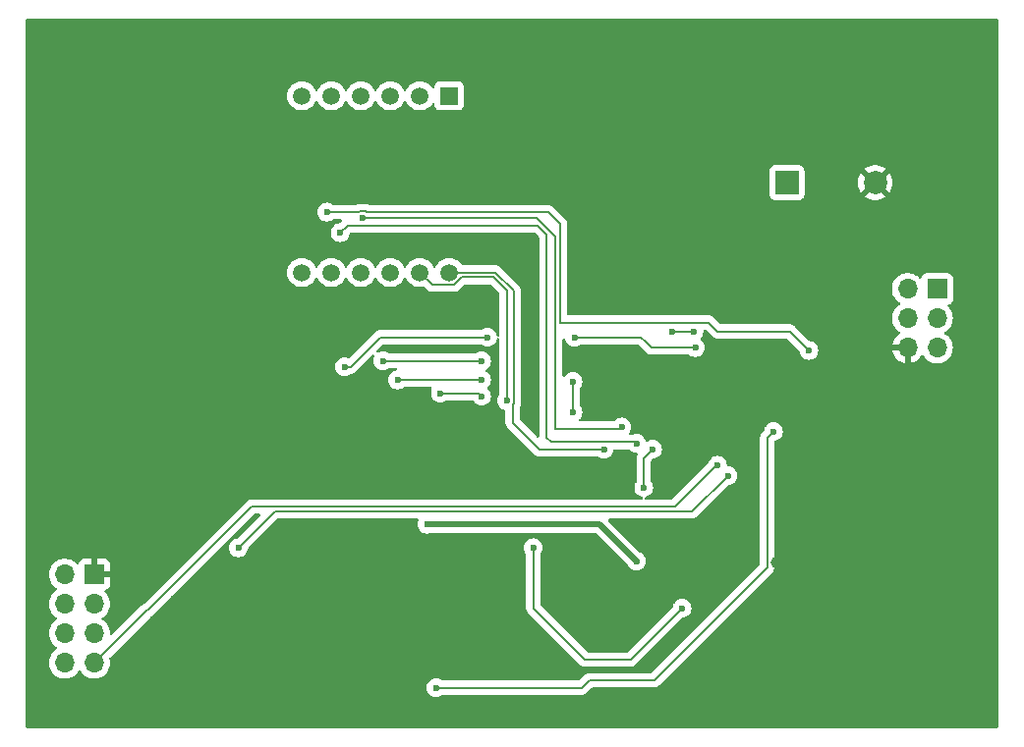
<source format=gbr>
%TF.GenerationSoftware,KiCad,Pcbnew,(7.0.0)*%
%TF.CreationDate,2023-04-20T22:31:55-06:00*%
%TF.ProjectId,Phase_B_PCB_Prototype,50686173-655f-4425-9f50-43425f50726f,rev?*%
%TF.SameCoordinates,Original*%
%TF.FileFunction,Copper,L2,Bot*%
%TF.FilePolarity,Positive*%
%FSLAX46Y46*%
G04 Gerber Fmt 4.6, Leading zero omitted, Abs format (unit mm)*
G04 Created by KiCad (PCBNEW (7.0.0)) date 2023-04-20 22:31:55*
%MOMM*%
%LPD*%
G01*
G04 APERTURE LIST*
%TA.AperFunction,ComponentPad*%
%ADD10C,1.500000*%
%TD*%
%TA.AperFunction,ComponentPad*%
%ADD11R,1.500000X1.500000*%
%TD*%
%TA.AperFunction,ComponentPad*%
%ADD12R,2.000000X2.000000*%
%TD*%
%TA.AperFunction,ComponentPad*%
%ADD13C,2.000000*%
%TD*%
%TA.AperFunction,ComponentPad*%
%ADD14O,1.700000X1.700000*%
%TD*%
%TA.AperFunction,ComponentPad*%
%ADD15R,1.700000X1.700000*%
%TD*%
%TA.AperFunction,ViaPad*%
%ADD16C,0.600000*%
%TD*%
%TA.AperFunction,ViaPad*%
%ADD17C,1.000000*%
%TD*%
%TA.AperFunction,Conductor*%
%ADD18C,0.203200*%
%TD*%
%TA.AperFunction,Conductor*%
%ADD19C,0.508000*%
%TD*%
G04 APERTURE END LIST*
D10*
%TO.P,U1,12,CA1*%
%TO.N,Dig1*%
X107442000Y-80518000D03*
%TO.P,U1,11,a*%
%TO.N,Net-(U1-a)*%
X104902000Y-80518000D03*
%TO.P,U1,10,f*%
%TO.N,Net-(U1-f)*%
X102362000Y-80518000D03*
%TO.P,U1,9,CA2*%
%TO.N,Dig2*%
X99822000Y-80518000D03*
%TO.P,U1,8,CA3*%
%TO.N,Dig3*%
X97282000Y-80518000D03*
%TO.P,U1,7,b*%
%TO.N,Net-(U1-b)*%
X94742000Y-80518000D03*
%TO.P,U1,6,CA4*%
%TO.N,Dig4*%
X94742000Y-65278000D03*
%TO.P,U1,5,g*%
%TO.N,Net-(U1-g)*%
X97282000Y-65278000D03*
%TO.P,U1,4,c*%
%TO.N,Net-(U1-c)*%
X99822000Y-65278000D03*
%TO.P,U1,3,DPX*%
%TO.N,Net-(U1-DPX)*%
X102362000Y-65278000D03*
%TO.P,U1,2,d*%
%TO.N,Net-(U1-d)*%
X104902000Y-65278000D03*
D11*
%TO.P,U1,1,e*%
%TO.N,Net-(U1-e)*%
X107441999Y-65277999D03*
%TD*%
D12*
%TO.P,LS1,1,1*%
%TO.N,Buzzer*%
X136534999Y-72770999D03*
D13*
%TO.P,LS1,2,2*%
%TO.N,GND*%
X144135000Y-72771000D03*
%TD*%
D14*
%TO.P,J3,8,Pin_8*%
%TO.N,+3.3V*%
X74314999Y-114182999D03*
%TO.P,J3,7,Pin_7*%
%TO.N,RX*%
X76854999Y-114182999D03*
%TO.P,J3,6,Pin_6*%
%TO.N,+3.3V*%
X74314999Y-111642999D03*
%TO.P,J3,5,Pin_5*%
%TO.N,Net-(J3-Pin_5)*%
X76854999Y-111642999D03*
%TO.P,J3,4,Pin_4*%
%TO.N,+3.3V*%
X74314999Y-109102999D03*
%TO.P,J3,3,Pin_3*%
%TO.N,unconnected-(J3-Pin_3-Pad3)*%
X76854999Y-109102999D03*
%TO.P,J3,2,Pin_2*%
%TO.N,TX*%
X74314999Y-106562999D03*
D15*
%TO.P,J3,1,Pin_1*%
%TO.N,GND*%
X76854999Y-106562999D03*
%TD*%
%TO.P,J2,1,MISO*%
%TO.N,MISO*%
X149478999Y-81929999D03*
D14*
%TO.P,J2,2,VCC*%
%TO.N,+5V*%
X146938999Y-81929999D03*
%TO.P,J2,3,SCK*%
%TO.N,SCK*%
X149478999Y-84469999D03*
%TO.P,J2,4,MOSI*%
%TO.N,MOSI*%
X146938999Y-84469999D03*
%TO.P,J2,5,~{RST}*%
%TO.N,RST*%
X149478999Y-87009999D03*
%TO.P,J2,6,GND*%
%TO.N,GND*%
X146938999Y-87009999D03*
%TD*%
D16*
%TO.N,Net-(U1-a)*%
X112395000Y-91567000D03*
X114681000Y-104267000D03*
X127508000Y-109474000D03*
%TO.N,RST*%
X135382000Y-94234000D03*
X106299000Y-116332000D03*
%TO.N,+5V*%
X123571000Y-105410000D03*
X105537000Y-102235000D03*
%TO.N,TX*%
X89281000Y-104267000D03*
X131445000Y-98044000D03*
%TO.N,RX*%
X130556000Y-97155000D03*
%TO.N,Button_1*%
X98425000Y-88646000D03*
X110744000Y-86106000D03*
X118237000Y-86106000D03*
X128651000Y-86995000D03*
%TO.N,Dig3*%
X96901000Y-75311000D03*
X138430000Y-87249000D03*
%TO.N,ST_CP*%
X124968000Y-95758000D03*
X124206000Y-99060000D03*
%TO.N,Button_2*%
X128524000Y-85598000D03*
X126619000Y-85598000D03*
X118110000Y-89916000D03*
X118110000Y-92583000D03*
%TO.N,Dig2*%
X99949000Y-75819000D03*
%TO.N,Dig4*%
X98044000Y-77089000D03*
%TO.N,Dig1*%
X120777000Y-95758000D03*
%TO.N,Dig4*%
X123571000Y-95250000D03*
%TO.N,Dig2*%
X122301000Y-93853000D03*
%TO.N,RED_LED*%
X102997000Y-89789000D03*
%TO.N,GREEN_LED*%
X101727000Y-88138000D03*
%TO.N,RED_LED*%
X110236000Y-89789000D03*
%TO.N,GREEN_LED*%
X110236000Y-88138000D03*
%TO.N,Net-(U1-b)*%
X106680000Y-90932000D03*
X110236000Y-91186000D03*
D17*
%TO.N,GND*%
X130556000Y-102235000D03*
X125984000Y-90678000D03*
X122301000Y-91948000D03*
X121071000Y-88138000D03*
X125984000Y-99060000D03*
X125984000Y-102743000D03*
X126365000Y-107696000D03*
X143891000Y-95123000D03*
X143891000Y-93599000D03*
X143637000Y-101219000D03*
X146685000Y-105156000D03*
X122682000Y-110744000D03*
X115570000Y-114173000D03*
X78867000Y-106680000D03*
X99949000Y-96774000D03*
X91277000Y-86360000D03*
X83003000Y-86360000D03*
X144145000Y-75057000D03*
X134493000Y-84113000D03*
X131445000Y-79668000D03*
X136779000Y-83859000D03*
X146812000Y-89154000D03*
X148844000Y-108839000D03*
X139319000Y-103886000D03*
X135636000Y-105537000D03*
X96297500Y-108585000D03*
X82169000Y-113091000D03*
X88265000Y-109220000D03*
X83820000Y-108818000D03*
X139187000Y-117670000D03*
%TD*%
D18*
%TO.N,RX*%
X126882366Y-100711000D02*
X130438366Y-97155000D01*
X90424000Y-100711000D02*
X126882366Y-100711000D01*
X81504000Y-109631000D02*
X90424000Y-100711000D01*
X81407000Y-109631000D02*
X81504000Y-109631000D01*
X76855000Y-114183000D02*
X81407000Y-109631000D01*
X130438366Y-97155000D02*
X130556000Y-97155000D01*
%TO.N,GREEN_LED*%
X101727000Y-88138000D02*
X106680000Y-88138000D01*
X106680000Y-88138000D02*
X110236000Y-88138000D01*
%TO.N,Button_2*%
X118110000Y-92583000D02*
X118110000Y-89916000D01*
X126619000Y-85598000D02*
X128524000Y-85598000D01*
%TO.N,ST_CP*%
X124206000Y-96520000D02*
X124206000Y-99060000D01*
D19*
%TO.N,+5V*%
X120396000Y-102235000D02*
X123571000Y-105410000D01*
D18*
%TO.N,Dig2*%
X122174000Y-93980000D02*
X122301000Y-93853000D01*
X116586000Y-93980000D02*
X122174000Y-93980000D01*
X116586000Y-77407789D02*
X116586000Y-93980000D01*
X114997211Y-75819000D02*
X116586000Y-77407789D01*
X99949000Y-75819000D02*
X114997211Y-75819000D01*
%TO.N,Dig1*%
X111441210Y-80518000D02*
X107442000Y-80518000D01*
X112903000Y-91909791D02*
X112996600Y-91816191D01*
X112903000Y-93472000D02*
X112903000Y-91909791D01*
X112996600Y-91816191D02*
X112996600Y-82073390D01*
X115189000Y-95758000D02*
X112903000Y-93472000D01*
X112996600Y-82073390D02*
X111441210Y-80518000D01*
X120777000Y-95758000D02*
X115189000Y-95758000D01*
%TO.N,Net-(U1-a)*%
X107877587Y-81569600D02*
X105953600Y-81569600D01*
X105953600Y-81569600D02*
X104902000Y-80518000D01*
X108525987Y-80921200D02*
X107877587Y-81569600D01*
X111274200Y-80921200D02*
X108525987Y-80921200D01*
X112395000Y-82042000D02*
X111274200Y-80921200D01*
X112395000Y-91567000D02*
X112395000Y-82042000D01*
X114681000Y-109474000D02*
X114681000Y-104267000D01*
X119126000Y-113919000D02*
X114681000Y-109474000D01*
X123063000Y-113919000D02*
X119126000Y-113919000D01*
X127508000Y-109474000D02*
X123063000Y-113919000D01*
%TO.N,RST*%
X125095000Y-115697000D02*
X134834400Y-105957600D01*
X134834400Y-94781600D02*
X135382000Y-94234000D01*
X119497634Y-115697000D02*
X125095000Y-115697000D01*
X118862634Y-116332000D02*
X119497634Y-115697000D01*
X134834400Y-105957600D02*
X134834400Y-94781600D01*
X106299000Y-116332000D02*
X118862634Y-116332000D01*
D19*
%TO.N,+5V*%
X105537000Y-102235000D02*
X120396000Y-102235000D01*
D18*
%TO.N,Button_1*%
X98933000Y-88646000D02*
X101473000Y-86106000D01*
X101473000Y-86106000D02*
X110744000Y-86106000D01*
X98425000Y-88646000D02*
X98933000Y-88646000D01*
%TO.N,Net-(U1-b)*%
X109982000Y-90932000D02*
X110236000Y-91186000D01*
X106680000Y-90932000D02*
X109982000Y-90932000D01*
%TO.N,TX*%
X128374800Y-101114200D02*
X131445000Y-98044000D01*
X89281000Y-104267000D02*
X92433800Y-101114200D01*
X92433800Y-101114200D02*
X128374800Y-101114200D01*
%TO.N,Dig4*%
X116238400Y-95156400D02*
X123477400Y-95156400D01*
X115824000Y-77215999D02*
X115824000Y-94742000D01*
X115824000Y-94742000D02*
X116238400Y-95156400D01*
X115062001Y-76454000D02*
X115824000Y-77215999D01*
X98679000Y-76454000D02*
X115062001Y-76454000D01*
X123477400Y-95156400D02*
X123571000Y-95250000D01*
X98044000Y-77089000D02*
X98679000Y-76454000D01*
%TO.N,Dig3*%
X136779000Y-85598000D02*
X138430000Y-87249000D01*
X130556000Y-85598000D02*
X136779000Y-85598000D01*
X129794000Y-84836000D02*
X130556000Y-85598000D01*
X116989200Y-84836000D02*
X129794000Y-84836000D01*
X116989200Y-76349200D02*
X116989200Y-84836000D01*
X100291791Y-75311000D02*
X115951000Y-75311000D01*
X100198191Y-75217400D02*
X100291791Y-75311000D01*
X99699809Y-75217400D02*
X100198191Y-75217400D01*
X115951000Y-75311000D02*
X116989200Y-76349200D01*
X96901000Y-75311000D02*
X99606209Y-75311000D01*
X99606209Y-75311000D02*
X99699809Y-75217400D01*
%TO.N,Button_1*%
X123952000Y-86106000D02*
X118237000Y-86106000D01*
X124333000Y-86487000D02*
X123952000Y-86106000D01*
X124841000Y-86995000D02*
X124333000Y-86487000D01*
X128651000Y-86995000D02*
X124841000Y-86995000D01*
%TO.N,ST_CP*%
X124206000Y-96520000D02*
X124968000Y-95758000D01*
%TO.N,RED_LED*%
X106680000Y-89789000D02*
X102997000Y-89789000D01*
X110236000Y-89789000D02*
X106680000Y-89789000D01*
%TD*%
%TA.AperFunction,Conductor*%
%TO.N,GND*%
G36*
X154675500Y-58639113D02*
G01*
X154720887Y-58684500D01*
X154737500Y-58746500D01*
X154737500Y-119688500D01*
X154720887Y-119750500D01*
X154675500Y-119795887D01*
X154613500Y-119812500D01*
X71065500Y-119812500D01*
X71003500Y-119795887D01*
X70958113Y-119750500D01*
X70941500Y-119688500D01*
X70941500Y-116332000D01*
X105485384Y-116332000D01*
X105486164Y-116338923D01*
X105505002Y-116506123D01*
X105505003Y-116506130D01*
X105505783Y-116513047D01*
X105565957Y-116685015D01*
X105569658Y-116690905D01*
X105569659Y-116690907D01*
X105651953Y-116821877D01*
X105662889Y-116839281D01*
X105791719Y-116968111D01*
X105945985Y-117065043D01*
X106117953Y-117125217D01*
X106299000Y-117145616D01*
X106480047Y-117125217D01*
X106652015Y-117065043D01*
X106806281Y-116968111D01*
X106807110Y-116967281D01*
X106840082Y-116949058D01*
X106881037Y-116942100D01*
X118786885Y-116942100D01*
X118797525Y-116942601D01*
X118804762Y-116944219D01*
X118870260Y-116942161D01*
X118874155Y-116942100D01*
X118897119Y-116942100D01*
X118901017Y-116942100D01*
X118904889Y-116941610D01*
X118905340Y-116941582D01*
X118916406Y-116940710D01*
X118958833Y-116939378D01*
X118977368Y-116933992D01*
X118996409Y-116930048D01*
X119015566Y-116927629D01*
X119055057Y-116911992D01*
X119066071Y-116908221D01*
X119106859Y-116896372D01*
X119123469Y-116886548D01*
X119140942Y-116877989D01*
X119158888Y-116870884D01*
X119193243Y-116845922D01*
X119202999Y-116839515D01*
X119232823Y-116821877D01*
X119239540Y-116817905D01*
X119253178Y-116804266D01*
X119267973Y-116791628D01*
X119283596Y-116780279D01*
X119310666Y-116747555D01*
X119318507Y-116738936D01*
X119714029Y-116343416D01*
X119754255Y-116316539D01*
X119801708Y-116307100D01*
X125019251Y-116307100D01*
X125029891Y-116307601D01*
X125037128Y-116309219D01*
X125102626Y-116307161D01*
X125106521Y-116307100D01*
X125129485Y-116307100D01*
X125133383Y-116307100D01*
X125137255Y-116306610D01*
X125137706Y-116306582D01*
X125148772Y-116305710D01*
X125191199Y-116304378D01*
X125209734Y-116298992D01*
X125228775Y-116295048D01*
X125247932Y-116292629D01*
X125287423Y-116276992D01*
X125298437Y-116273221D01*
X125339225Y-116261372D01*
X125355835Y-116251548D01*
X125373308Y-116242989D01*
X125391254Y-116235884D01*
X125425609Y-116210922D01*
X125435365Y-116204515D01*
X125465189Y-116186877D01*
X125471906Y-116182905D01*
X125485544Y-116169266D01*
X125500339Y-116156628D01*
X125515962Y-116145279D01*
X125543032Y-116112554D01*
X125550884Y-116103925D01*
X135212254Y-106442556D01*
X135220118Y-106435401D01*
X135226383Y-106431426D01*
X135271246Y-106383650D01*
X135273924Y-106380886D01*
X135292947Y-106361865D01*
X135295350Y-106358765D01*
X135295620Y-106358460D01*
X135302826Y-106350021D01*
X135331904Y-106319058D01*
X135341196Y-106302152D01*
X135351884Y-106285881D01*
X135363713Y-106270634D01*
X135380574Y-106231668D01*
X135385715Y-106221176D01*
X135396853Y-106200916D01*
X135406165Y-106183978D01*
X135410967Y-106165272D01*
X135417268Y-106146874D01*
X135424932Y-106129165D01*
X135431577Y-106087208D01*
X135433938Y-106075806D01*
X135444500Y-106034674D01*
X135444500Y-106015381D01*
X135446027Y-105995982D01*
X135447826Y-105984623D01*
X135449047Y-105976916D01*
X135445050Y-105934633D01*
X135444500Y-105922963D01*
X135444500Y-95151387D01*
X135458870Y-95093446D01*
X135498648Y-95048934D01*
X135549462Y-95030079D01*
X135549341Y-95029545D01*
X135553396Y-95028619D01*
X135554616Y-95028167D01*
X135554889Y-95028136D01*
X135563047Y-95027217D01*
X135735015Y-94967043D01*
X135889281Y-94870111D01*
X136018111Y-94741281D01*
X136115043Y-94587015D01*
X136175217Y-94415047D01*
X136195616Y-94234000D01*
X136175217Y-94052953D01*
X136115043Y-93880985D01*
X136018111Y-93726719D01*
X135889281Y-93597889D01*
X135842030Y-93568199D01*
X135740907Y-93504659D01*
X135740905Y-93504658D01*
X135735015Y-93500957D01*
X135728449Y-93498659D01*
X135728446Y-93498658D01*
X135569621Y-93443083D01*
X135569618Y-93443082D01*
X135563047Y-93440783D01*
X135556130Y-93440003D01*
X135556123Y-93440002D01*
X135388923Y-93421164D01*
X135382000Y-93420384D01*
X135375077Y-93421164D01*
X135207876Y-93440002D01*
X135207867Y-93440003D01*
X135200953Y-93440783D01*
X135194383Y-93443081D01*
X135194378Y-93443083D01*
X135035553Y-93498658D01*
X135035547Y-93498660D01*
X135028985Y-93500957D01*
X135023097Y-93504656D01*
X135023092Y-93504659D01*
X134880619Y-93594181D01*
X134880614Y-93594184D01*
X134874719Y-93597889D01*
X134869794Y-93602813D01*
X134869790Y-93602817D01*
X134750817Y-93721790D01*
X134750813Y-93721794D01*
X134745889Y-93726719D01*
X134742184Y-93732614D01*
X134742181Y-93732619D01*
X134652659Y-93875092D01*
X134652656Y-93875097D01*
X134648957Y-93880985D01*
X134646660Y-93887547D01*
X134646658Y-93887553D01*
X134591083Y-94046378D01*
X134591081Y-94046383D01*
X134588783Y-94052953D01*
X134588003Y-94059868D01*
X134588002Y-94059876D01*
X134579488Y-94135441D01*
X134567988Y-94175358D01*
X134543949Y-94209237D01*
X134456559Y-94296627D01*
X134448676Y-94303800D01*
X134442417Y-94307774D01*
X134437077Y-94313459D01*
X134437076Y-94313461D01*
X134397552Y-94355548D01*
X134394848Y-94358339D01*
X134375853Y-94377335D01*
X134373468Y-94380408D01*
X134373194Y-94380720D01*
X134365962Y-94389189D01*
X134336896Y-94420142D01*
X134333139Y-94426974D01*
X134333135Y-94426981D01*
X134327597Y-94437055D01*
X134316918Y-94453312D01*
X134309870Y-94462397D01*
X134309863Y-94462408D01*
X134305087Y-94468566D01*
X134301991Y-94475719D01*
X134301988Y-94475725D01*
X134288227Y-94507525D01*
X134283091Y-94518009D01*
X134266392Y-94548384D01*
X134266386Y-94548397D01*
X134262635Y-94555222D01*
X134260695Y-94562774D01*
X134260695Y-94562776D01*
X134257832Y-94573924D01*
X134251536Y-94592312D01*
X134246967Y-94602871D01*
X134246965Y-94602876D01*
X134243868Y-94610035D01*
X134242647Y-94617738D01*
X134242647Y-94617741D01*
X134237226Y-94651966D01*
X134234858Y-94663400D01*
X134226238Y-94696972D01*
X134226236Y-94696983D01*
X134224300Y-94704526D01*
X134224300Y-94712322D01*
X134224300Y-94723825D01*
X134222773Y-94743223D01*
X134220974Y-94754575D01*
X134220973Y-94754582D01*
X134219754Y-94762284D01*
X134220488Y-94770049D01*
X134220488Y-94770051D01*
X134223750Y-94804556D01*
X134224300Y-94816226D01*
X134224300Y-105653526D01*
X134214861Y-105700979D01*
X134187981Y-105741207D01*
X124878607Y-115050581D01*
X124838379Y-115077461D01*
X124790926Y-115086900D01*
X119573387Y-115086900D01*
X119562742Y-115086397D01*
X119555506Y-115084780D01*
X119547718Y-115085024D01*
X119547711Y-115085024D01*
X119489989Y-115086839D01*
X119486094Y-115086900D01*
X119459251Y-115086900D01*
X119455398Y-115087386D01*
X119455022Y-115087410D01*
X119443875Y-115088287D01*
X119409229Y-115089376D01*
X119409221Y-115089377D01*
X119401435Y-115089622D01*
X119393954Y-115091795D01*
X119393943Y-115091797D01*
X119382897Y-115095007D01*
X119363848Y-115098952D01*
X119352439Y-115100393D01*
X119352435Y-115100394D01*
X119344702Y-115101371D01*
X119337452Y-115104241D01*
X119337449Y-115104242D01*
X119305229Y-115116998D01*
X119294185Y-115120779D01*
X119260904Y-115130448D01*
X119260894Y-115130452D01*
X119253409Y-115132627D01*
X119246696Y-115136596D01*
X119246693Y-115136598D01*
X119236793Y-115142453D01*
X119219329Y-115151008D01*
X119208637Y-115155241D01*
X119208627Y-115155246D01*
X119201380Y-115158116D01*
X119195075Y-115162696D01*
X119195065Y-115162702D01*
X119167030Y-115183070D01*
X119157274Y-115189479D01*
X119127441Y-115207123D01*
X119127436Y-115207126D01*
X119120728Y-115211094D01*
X119115211Y-115216609D01*
X119115213Y-115216609D01*
X119107077Y-115224744D01*
X119092294Y-115237369D01*
X119082986Y-115244132D01*
X119082979Y-115244138D01*
X119076672Y-115248721D01*
X119071705Y-115254723D01*
X119071694Y-115254735D01*
X119049600Y-115281442D01*
X119041740Y-115290080D01*
X118646241Y-115685581D01*
X118606013Y-115712461D01*
X118558560Y-115721900D01*
X106881037Y-115721900D01*
X106840082Y-115714942D01*
X106807110Y-115696718D01*
X106806281Y-115695889D01*
X106652015Y-115598957D01*
X106645449Y-115596659D01*
X106645446Y-115596658D01*
X106486621Y-115541083D01*
X106486618Y-115541082D01*
X106480047Y-115538783D01*
X106473130Y-115538003D01*
X106473123Y-115538002D01*
X106305923Y-115519164D01*
X106299000Y-115518384D01*
X106292077Y-115519164D01*
X106124876Y-115538002D01*
X106124867Y-115538003D01*
X106117953Y-115538783D01*
X106111383Y-115541081D01*
X106111378Y-115541083D01*
X105952553Y-115596658D01*
X105952547Y-115596660D01*
X105945985Y-115598957D01*
X105940097Y-115602656D01*
X105940092Y-115602659D01*
X105797619Y-115692181D01*
X105797614Y-115692184D01*
X105791719Y-115695889D01*
X105786794Y-115700813D01*
X105786790Y-115700817D01*
X105667817Y-115819790D01*
X105667813Y-115819794D01*
X105662889Y-115824719D01*
X105659184Y-115830614D01*
X105659181Y-115830619D01*
X105569659Y-115973092D01*
X105569656Y-115973097D01*
X105565957Y-115978985D01*
X105563660Y-115985547D01*
X105563658Y-115985553D01*
X105508083Y-116144378D01*
X105508081Y-116144383D01*
X105505783Y-116150953D01*
X105505003Y-116157867D01*
X105505002Y-116157876D01*
X105487951Y-116309219D01*
X105485384Y-116332000D01*
X70941500Y-116332000D01*
X70941500Y-114183000D01*
X72951844Y-114183000D01*
X72952268Y-114188117D01*
X72970011Y-114402248D01*
X72970012Y-114402256D01*
X72970436Y-114407368D01*
X72971693Y-114412335D01*
X72971695Y-114412342D01*
X73002228Y-114532911D01*
X73025704Y-114625616D01*
X73027764Y-114630312D01*
X73114080Y-114827096D01*
X73114083Y-114827101D01*
X73116140Y-114831791D01*
X73121870Y-114840561D01*
X73236474Y-115015977D01*
X73236477Y-115015981D01*
X73239278Y-115020268D01*
X73242752Y-115024041D01*
X73242753Y-115024043D01*
X73388288Y-115182135D01*
X73388291Y-115182138D01*
X73391760Y-115185906D01*
X73395801Y-115189051D01*
X73565376Y-115321039D01*
X73565381Y-115321042D01*
X73569424Y-115324189D01*
X73573931Y-115326628D01*
X73573934Y-115326630D01*
X73762919Y-115428903D01*
X73767426Y-115431342D01*
X73980365Y-115504444D01*
X74202431Y-115541500D01*
X74422436Y-115541500D01*
X74427569Y-115541500D01*
X74649635Y-115504444D01*
X74862574Y-115431342D01*
X75060576Y-115324189D01*
X75238240Y-115185906D01*
X75390722Y-115020268D01*
X75481190Y-114881795D01*
X75525982Y-114840561D01*
X75585000Y-114825616D01*
X75644018Y-114840561D01*
X75688809Y-114881795D01*
X75776470Y-115015972D01*
X75776478Y-115015982D01*
X75779278Y-115020268D01*
X75782752Y-115024041D01*
X75782753Y-115024043D01*
X75928288Y-115182135D01*
X75928291Y-115182138D01*
X75931760Y-115185906D01*
X75935801Y-115189051D01*
X76105376Y-115321039D01*
X76105381Y-115321042D01*
X76109424Y-115324189D01*
X76113931Y-115326628D01*
X76113934Y-115326630D01*
X76302919Y-115428903D01*
X76307426Y-115431342D01*
X76520365Y-115504444D01*
X76742431Y-115541500D01*
X76962436Y-115541500D01*
X76967569Y-115541500D01*
X77189635Y-115504444D01*
X77402574Y-115431342D01*
X77600576Y-115324189D01*
X77778240Y-115185906D01*
X77930722Y-115020268D01*
X78053860Y-114831791D01*
X78144296Y-114625616D01*
X78199564Y-114407368D01*
X78218156Y-114183000D01*
X78199564Y-113958632D01*
X78164850Y-113821554D01*
X78165506Y-113758196D01*
X78197374Y-113703435D01*
X81665407Y-110235403D01*
X81718495Y-110204009D01*
X81729846Y-110200711D01*
X81748225Y-110195372D01*
X81764835Y-110185548D01*
X81782308Y-110176989D01*
X81800254Y-110169884D01*
X81834609Y-110144922D01*
X81844365Y-110138515D01*
X81874189Y-110120877D01*
X81880906Y-110116905D01*
X81894544Y-110103266D01*
X81909339Y-110090628D01*
X81924962Y-110079279D01*
X81952032Y-110046554D01*
X81959884Y-110037925D01*
X90640392Y-101357419D01*
X90680621Y-101330539D01*
X90728074Y-101321100D01*
X91064726Y-101321100D01*
X91121021Y-101334615D01*
X91165044Y-101372215D01*
X91187199Y-101425702D01*
X91182657Y-101483418D01*
X91152407Y-101532781D01*
X89256237Y-103428949D01*
X89222358Y-103452988D01*
X89182441Y-103464488D01*
X89106876Y-103473002D01*
X89106868Y-103473003D01*
X89099953Y-103473783D01*
X89093383Y-103476081D01*
X89093378Y-103476083D01*
X88934553Y-103531658D01*
X88934547Y-103531660D01*
X88927985Y-103533957D01*
X88922097Y-103537656D01*
X88922092Y-103537659D01*
X88779619Y-103627181D01*
X88779614Y-103627184D01*
X88773719Y-103630889D01*
X88768794Y-103635813D01*
X88768790Y-103635817D01*
X88649817Y-103754790D01*
X88649813Y-103754794D01*
X88644889Y-103759719D01*
X88641184Y-103765614D01*
X88641181Y-103765619D01*
X88551659Y-103908092D01*
X88551656Y-103908097D01*
X88547957Y-103913985D01*
X88545660Y-103920547D01*
X88545658Y-103920553D01*
X88490083Y-104079378D01*
X88490081Y-104079383D01*
X88487783Y-104085953D01*
X88487003Y-104092867D01*
X88487002Y-104092876D01*
X88468164Y-104260077D01*
X88467384Y-104267000D01*
X88468164Y-104273923D01*
X88487002Y-104441123D01*
X88487003Y-104441130D01*
X88487783Y-104448047D01*
X88547957Y-104620015D01*
X88551658Y-104625905D01*
X88551659Y-104625907D01*
X88586021Y-104680593D01*
X88644889Y-104774281D01*
X88773719Y-104903111D01*
X88927985Y-105000043D01*
X89099953Y-105060217D01*
X89281000Y-105080616D01*
X89462047Y-105060217D01*
X89634015Y-105000043D01*
X89788281Y-104903111D01*
X89917111Y-104774281D01*
X90014043Y-104620015D01*
X90074217Y-104448047D01*
X90083511Y-104365557D01*
X90095011Y-104325640D01*
X90119050Y-104291760D01*
X90143810Y-104267000D01*
X113867384Y-104267000D01*
X113868164Y-104273923D01*
X113887002Y-104441123D01*
X113887003Y-104441130D01*
X113887783Y-104448047D01*
X113947957Y-104620015D01*
X113951658Y-104625905D01*
X113951659Y-104625907D01*
X113985907Y-104680413D01*
X114044889Y-104774281D01*
X114045718Y-104775110D01*
X114063942Y-104808082D01*
X114070900Y-104849037D01*
X114070900Y-109398251D01*
X114070398Y-109408891D01*
X114068781Y-109416128D01*
X114069026Y-109423925D01*
X114069026Y-109423926D01*
X114070839Y-109481627D01*
X114070900Y-109485521D01*
X114070900Y-109512383D01*
X114071387Y-109516242D01*
X114071412Y-109516631D01*
X114072288Y-109527760D01*
X114073376Y-109562401D01*
X114073377Y-109562408D01*
X114073622Y-109570199D01*
X114075797Y-109577687D01*
X114075798Y-109577690D01*
X114079007Y-109588735D01*
X114082950Y-109607778D01*
X114084391Y-109619187D01*
X114084394Y-109619198D01*
X114085371Y-109626932D01*
X114088242Y-109634183D01*
X114088243Y-109634187D01*
X114101001Y-109666410D01*
X114104785Y-109677461D01*
X114114451Y-109710734D01*
X114114452Y-109710738D01*
X114116628Y-109718225D01*
X114120598Y-109724939D01*
X114120599Y-109724940D01*
X114126452Y-109734838D01*
X114135007Y-109752300D01*
X114142116Y-109770254D01*
X114146697Y-109776560D01*
X114146702Y-109776568D01*
X114167077Y-109804612D01*
X114173489Y-109814374D01*
X114191120Y-109844186D01*
X114191123Y-109844190D01*
X114195095Y-109850906D01*
X114200613Y-109856424D01*
X114208733Y-109864544D01*
X114221369Y-109879339D01*
X114228131Y-109888646D01*
X114228136Y-109888651D01*
X114232721Y-109894962D01*
X114238730Y-109899933D01*
X114238731Y-109899934D01*
X114265441Y-109922030D01*
X114274082Y-109929893D01*
X118641027Y-114296839D01*
X118648199Y-114304720D01*
X118652174Y-114310983D01*
X118677279Y-114334558D01*
X118699946Y-114355844D01*
X118702743Y-114358555D01*
X118721735Y-114377547D01*
X118724813Y-114379934D01*
X118725106Y-114380193D01*
X118733596Y-114387445D01*
X118758851Y-114411161D01*
X118758856Y-114411164D01*
X118764542Y-114416504D01*
X118771376Y-114420261D01*
X118771379Y-114420263D01*
X118781453Y-114425801D01*
X118797718Y-114436484D01*
X118812966Y-114448312D01*
X118820125Y-114451410D01*
X118820127Y-114451411D01*
X118851925Y-114465171D01*
X118862417Y-114470311D01*
X118899622Y-114490765D01*
X118916106Y-114494997D01*
X118918310Y-114495563D01*
X118936720Y-114501866D01*
X118954434Y-114509532D01*
X118996374Y-114516174D01*
X119007801Y-114518540D01*
X119048926Y-114529100D01*
X119068225Y-114529100D01*
X119087622Y-114530626D01*
X119106684Y-114533646D01*
X119148955Y-114529650D01*
X119160626Y-114529100D01*
X122987251Y-114529100D01*
X122997891Y-114529601D01*
X123005128Y-114531219D01*
X123070626Y-114529161D01*
X123074521Y-114529100D01*
X123097485Y-114529100D01*
X123101383Y-114529100D01*
X123105255Y-114528610D01*
X123105706Y-114528582D01*
X123116772Y-114527710D01*
X123159199Y-114526378D01*
X123177734Y-114520992D01*
X123196775Y-114517048D01*
X123215932Y-114514629D01*
X123255423Y-114498992D01*
X123266437Y-114495221D01*
X123307225Y-114483372D01*
X123323835Y-114473548D01*
X123341308Y-114464989D01*
X123359254Y-114457884D01*
X123393609Y-114432922D01*
X123403365Y-114426515D01*
X123433189Y-114408877D01*
X123439906Y-114404905D01*
X123453544Y-114391266D01*
X123468339Y-114378628D01*
X123483962Y-114367279D01*
X123511032Y-114334554D01*
X123518884Y-114325925D01*
X127532764Y-110312046D01*
X127566641Y-110288009D01*
X127606549Y-110276512D01*
X127689047Y-110267217D01*
X127861015Y-110207043D01*
X128015281Y-110110111D01*
X128144111Y-109981281D01*
X128241043Y-109827015D01*
X128301217Y-109655047D01*
X128321616Y-109474000D01*
X128301217Y-109292953D01*
X128241043Y-109120985D01*
X128144111Y-108966719D01*
X128015281Y-108837889D01*
X127861015Y-108740957D01*
X127854449Y-108738659D01*
X127854446Y-108738658D01*
X127695621Y-108683083D01*
X127695618Y-108683082D01*
X127689047Y-108680783D01*
X127682130Y-108680003D01*
X127682123Y-108680002D01*
X127514923Y-108661164D01*
X127508000Y-108660384D01*
X127501077Y-108661164D01*
X127333876Y-108680002D01*
X127333867Y-108680003D01*
X127326953Y-108680783D01*
X127320383Y-108683081D01*
X127320378Y-108683083D01*
X127161553Y-108738658D01*
X127161547Y-108738660D01*
X127154985Y-108740957D01*
X127149097Y-108744656D01*
X127149092Y-108744659D01*
X127006619Y-108834181D01*
X127006614Y-108834184D01*
X127000719Y-108837889D01*
X126995794Y-108842813D01*
X126995790Y-108842817D01*
X126876817Y-108961790D01*
X126876813Y-108961794D01*
X126871889Y-108966719D01*
X126868184Y-108972614D01*
X126868181Y-108972619D01*
X126778659Y-109115092D01*
X126778656Y-109115097D01*
X126774957Y-109120985D01*
X126772660Y-109127547D01*
X126772658Y-109127553D01*
X126717083Y-109286378D01*
X126717081Y-109286383D01*
X126714783Y-109292953D01*
X126714003Y-109299868D01*
X126714002Y-109299876D01*
X126705488Y-109375441D01*
X126693988Y-109415358D01*
X126669949Y-109449237D01*
X122846607Y-113272581D01*
X122806379Y-113299461D01*
X122758926Y-113308900D01*
X119430074Y-113308900D01*
X119382621Y-113299461D01*
X119342393Y-113272581D01*
X115327419Y-109257607D01*
X115300539Y-109217379D01*
X115291100Y-109169926D01*
X115291100Y-104849037D01*
X115298058Y-104808082D01*
X115316281Y-104775110D01*
X115317111Y-104774281D01*
X115414043Y-104620015D01*
X115474217Y-104448047D01*
X115494616Y-104267000D01*
X115474217Y-104085953D01*
X115414043Y-103913985D01*
X115317111Y-103759719D01*
X115188281Y-103630889D01*
X115034015Y-103533957D01*
X115027449Y-103531659D01*
X115027446Y-103531658D01*
X114868621Y-103476083D01*
X114868618Y-103476082D01*
X114862047Y-103473783D01*
X114855130Y-103473003D01*
X114855123Y-103473002D01*
X114687923Y-103454164D01*
X114681000Y-103453384D01*
X114674077Y-103454164D01*
X114506876Y-103473002D01*
X114506867Y-103473003D01*
X114499953Y-103473783D01*
X114493383Y-103476081D01*
X114493378Y-103476083D01*
X114334553Y-103531658D01*
X114334547Y-103531660D01*
X114327985Y-103533957D01*
X114322097Y-103537656D01*
X114322092Y-103537659D01*
X114179619Y-103627181D01*
X114179614Y-103627184D01*
X114173719Y-103630889D01*
X114168794Y-103635813D01*
X114168790Y-103635817D01*
X114049817Y-103754790D01*
X114049813Y-103754794D01*
X114044889Y-103759719D01*
X114041184Y-103765614D01*
X114041181Y-103765619D01*
X113951659Y-103908092D01*
X113951656Y-103908097D01*
X113947957Y-103913985D01*
X113945660Y-103920547D01*
X113945658Y-103920553D01*
X113890083Y-104079378D01*
X113890081Y-104079383D01*
X113887783Y-104085953D01*
X113887003Y-104092867D01*
X113887002Y-104092876D01*
X113868164Y-104260077D01*
X113867384Y-104267000D01*
X90143810Y-104267000D01*
X92650193Y-101760619D01*
X92690421Y-101733739D01*
X92737874Y-101724300D01*
X104684371Y-101724300D01*
X104741285Y-101738133D01*
X104785500Y-101776545D01*
X104807153Y-101830966D01*
X104801413Y-101889254D01*
X104746083Y-102047378D01*
X104746081Y-102047383D01*
X104743783Y-102053953D01*
X104743003Y-102060867D01*
X104743002Y-102060876D01*
X104724164Y-102228077D01*
X104723384Y-102235000D01*
X104724164Y-102241923D01*
X104743002Y-102409123D01*
X104743003Y-102409130D01*
X104743783Y-102416047D01*
X104803957Y-102588015D01*
X104900889Y-102742281D01*
X105029719Y-102871111D01*
X105183985Y-102968043D01*
X105355953Y-103028217D01*
X105537000Y-103048616D01*
X105718047Y-103028217D01*
X105724626Y-103025915D01*
X105785946Y-103004459D01*
X105826901Y-102997500D01*
X120028801Y-102997500D01*
X120076254Y-103006939D01*
X120116482Y-103033819D01*
X122817556Y-105734894D01*
X122837647Y-105763209D01*
X122837957Y-105763015D01*
X122934889Y-105917281D01*
X123063719Y-106046111D01*
X123217985Y-106143043D01*
X123389953Y-106203217D01*
X123571000Y-106223616D01*
X123752047Y-106203217D01*
X123924015Y-106143043D01*
X124078281Y-106046111D01*
X124207111Y-105917281D01*
X124304043Y-105763015D01*
X124364217Y-105591047D01*
X124384616Y-105410000D01*
X124364217Y-105228953D01*
X124304043Y-105056985D01*
X124207111Y-104902719D01*
X124078281Y-104773889D01*
X124069521Y-104768385D01*
X123929908Y-104680660D01*
X123929909Y-104680660D01*
X123929522Y-104680417D01*
X123929516Y-104680413D01*
X123924015Y-104676957D01*
X123924209Y-104676647D01*
X123895892Y-104656555D01*
X121175319Y-101935981D01*
X121145069Y-101886618D01*
X121140527Y-101828902D01*
X121162682Y-101775415D01*
X121206705Y-101737815D01*
X121263000Y-101724300D01*
X128299051Y-101724300D01*
X128309691Y-101724801D01*
X128316928Y-101726419D01*
X128382426Y-101724361D01*
X128386321Y-101724300D01*
X128409285Y-101724300D01*
X128413183Y-101724300D01*
X128417055Y-101723810D01*
X128417506Y-101723782D01*
X128428572Y-101722910D01*
X128470999Y-101721578D01*
X128489534Y-101716192D01*
X128508575Y-101712248D01*
X128527732Y-101709829D01*
X128567223Y-101694192D01*
X128578237Y-101690421D01*
X128619025Y-101678572D01*
X128635635Y-101668748D01*
X128653108Y-101660189D01*
X128671054Y-101653084D01*
X128705409Y-101628122D01*
X128715165Y-101621715D01*
X128744989Y-101604077D01*
X128751706Y-101600105D01*
X128765344Y-101586466D01*
X128780139Y-101573828D01*
X128795762Y-101562479D01*
X128822832Y-101529754D01*
X128830684Y-101521125D01*
X131469762Y-98882047D01*
X131503639Y-98858011D01*
X131543556Y-98846511D01*
X131626047Y-98837217D01*
X131798015Y-98777043D01*
X131952281Y-98680111D01*
X132081111Y-98551281D01*
X132178043Y-98397015D01*
X132238217Y-98225047D01*
X132258616Y-98044000D01*
X132238217Y-97862953D01*
X132178043Y-97690985D01*
X132081111Y-97536719D01*
X131952281Y-97407889D01*
X131798015Y-97310957D01*
X131791449Y-97308659D01*
X131791446Y-97308658D01*
X131632621Y-97253083D01*
X131632618Y-97253082D01*
X131626047Y-97250783D01*
X131619130Y-97250003D01*
X131619123Y-97250002D01*
X131475513Y-97233822D01*
X131423425Y-97215596D01*
X131384403Y-97176574D01*
X131366178Y-97124488D01*
X131349217Y-96973953D01*
X131289043Y-96801985D01*
X131192111Y-96647719D01*
X131063281Y-96518889D01*
X131022039Y-96492975D01*
X130914907Y-96425659D01*
X130914905Y-96425658D01*
X130909015Y-96421957D01*
X130902449Y-96419659D01*
X130902446Y-96419658D01*
X130743621Y-96364083D01*
X130743618Y-96364082D01*
X130737047Y-96361783D01*
X130730130Y-96361003D01*
X130730123Y-96361002D01*
X130562923Y-96342164D01*
X130556000Y-96341384D01*
X130549077Y-96342164D01*
X130381876Y-96361002D01*
X130381867Y-96361003D01*
X130374953Y-96361783D01*
X130368383Y-96364081D01*
X130368378Y-96364083D01*
X130209553Y-96419658D01*
X130209547Y-96419660D01*
X130202985Y-96421957D01*
X130197097Y-96425656D01*
X130197092Y-96425659D01*
X130054619Y-96515181D01*
X130054614Y-96515184D01*
X130048719Y-96518889D01*
X130043794Y-96523813D01*
X130043790Y-96523817D01*
X129924817Y-96642790D01*
X129924813Y-96642794D01*
X129919889Y-96647719D01*
X129916184Y-96653614D01*
X129916181Y-96653619D01*
X129826661Y-96796088D01*
X129826656Y-96796097D01*
X129822957Y-96801985D01*
X129820659Y-96808553D01*
X129820656Y-96808560D01*
X129775457Y-96937729D01*
X129746097Y-96984455D01*
X126665973Y-100064581D01*
X126625745Y-100091461D01*
X126578292Y-100100900D01*
X124396822Y-100100900D01*
X124336841Y-100085428D01*
X124291828Y-100042872D01*
X124273017Y-99983853D01*
X124285102Y-99923099D01*
X124325066Y-99875771D01*
X124373718Y-99857199D01*
X124373341Y-99855545D01*
X124380121Y-99853997D01*
X124387047Y-99853217D01*
X124559015Y-99793043D01*
X124713281Y-99696111D01*
X124842111Y-99567281D01*
X124939043Y-99413015D01*
X124999217Y-99241047D01*
X125019616Y-99060000D01*
X124999217Y-98878953D01*
X124939043Y-98706985D01*
X124842111Y-98552719D01*
X124841281Y-98551889D01*
X124823058Y-98518918D01*
X124816100Y-98477963D01*
X124816100Y-96824073D01*
X124825539Y-96776620D01*
X124852415Y-96736395D01*
X124992766Y-96596044D01*
X125026641Y-96572010D01*
X125066549Y-96560512D01*
X125149047Y-96551217D01*
X125321015Y-96491043D01*
X125475281Y-96394111D01*
X125604111Y-96265281D01*
X125701043Y-96111015D01*
X125761217Y-95939047D01*
X125781616Y-95758000D01*
X125761217Y-95576953D01*
X125701043Y-95404985D01*
X125604111Y-95250719D01*
X125475281Y-95121889D01*
X125436552Y-95097554D01*
X125326907Y-95028659D01*
X125326905Y-95028658D01*
X125321015Y-95024957D01*
X125314449Y-95022659D01*
X125314446Y-95022658D01*
X125155621Y-94967083D01*
X125155618Y-94967082D01*
X125149047Y-94964783D01*
X125142130Y-94964003D01*
X125142123Y-94964002D01*
X124974923Y-94945164D01*
X124968000Y-94944384D01*
X124961077Y-94945164D01*
X124793876Y-94964002D01*
X124793867Y-94964003D01*
X124786953Y-94964783D01*
X124780383Y-94967081D01*
X124780378Y-94967083D01*
X124621553Y-95022658D01*
X124621547Y-95022660D01*
X124614985Y-95024957D01*
X124609097Y-95028656D01*
X124609088Y-95028661D01*
X124528452Y-95079328D01*
X124476364Y-95097554D01*
X124421526Y-95091375D01*
X124374800Y-95062015D01*
X124345439Y-95015289D01*
X124327261Y-94963340D01*
X124304043Y-94896985D01*
X124207111Y-94742719D01*
X124078281Y-94613889D01*
X124072380Y-94610181D01*
X123929907Y-94520659D01*
X123929905Y-94520658D01*
X123924015Y-94516957D01*
X123917449Y-94514659D01*
X123917446Y-94514658D01*
X123758621Y-94459083D01*
X123758618Y-94459082D01*
X123752047Y-94456783D01*
X123745130Y-94456003D01*
X123745123Y-94456002D01*
X123577923Y-94437164D01*
X123571000Y-94436384D01*
X123564077Y-94437164D01*
X123396876Y-94456002D01*
X123396867Y-94456003D01*
X123389953Y-94456783D01*
X123383383Y-94459081D01*
X123383378Y-94459083D01*
X123224553Y-94514658D01*
X123224547Y-94514660D01*
X123217985Y-94516957D01*
X123212097Y-94520656D01*
X123212090Y-94520660D01*
X123201535Y-94527293D01*
X123135562Y-94546300D01*
X123044589Y-94546300D01*
X122981588Y-94529103D01*
X122936061Y-94482281D01*
X122920638Y-94418822D01*
X122939595Y-94356328D01*
X122972170Y-94304485D01*
X123034043Y-94206015D01*
X123094217Y-94034047D01*
X123114616Y-93853000D01*
X123094217Y-93671953D01*
X123034043Y-93499985D01*
X122937111Y-93345719D01*
X122808281Y-93216889D01*
X122730357Y-93167926D01*
X122659907Y-93123659D01*
X122659905Y-93123658D01*
X122654015Y-93119957D01*
X122647449Y-93117659D01*
X122647446Y-93117658D01*
X122488621Y-93062083D01*
X122488618Y-93062082D01*
X122482047Y-93059783D01*
X122475130Y-93059003D01*
X122475123Y-93059002D01*
X122307923Y-93040164D01*
X122301000Y-93039384D01*
X122294077Y-93040164D01*
X122126876Y-93059002D01*
X122126867Y-93059003D01*
X122119953Y-93059783D01*
X122113383Y-93062081D01*
X122113378Y-93062083D01*
X121954553Y-93117658D01*
X121954547Y-93117660D01*
X121947985Y-93119957D01*
X121942097Y-93123656D01*
X121942092Y-93123659D01*
X121799619Y-93213181D01*
X121799614Y-93213184D01*
X121793719Y-93216889D01*
X121788794Y-93221813D01*
X121788790Y-93221817D01*
X121677027Y-93333581D01*
X121636799Y-93360461D01*
X121589346Y-93369900D01*
X118765854Y-93369900D01*
X118709559Y-93356385D01*
X118665536Y-93318785D01*
X118643381Y-93265298D01*
X118647923Y-93207582D01*
X118678173Y-93158219D01*
X118678173Y-93158218D01*
X118746111Y-93090281D01*
X118843043Y-92936015D01*
X118903217Y-92764047D01*
X118923616Y-92583000D01*
X118903217Y-92401953D01*
X118843043Y-92229985D01*
X118746111Y-92075719D01*
X118745281Y-92074889D01*
X118727058Y-92041918D01*
X118720100Y-92000963D01*
X118720100Y-90498037D01*
X118727058Y-90457082D01*
X118745281Y-90424110D01*
X118746111Y-90423281D01*
X118843043Y-90269015D01*
X118903217Y-90097047D01*
X118923616Y-89916000D01*
X118903217Y-89734953D01*
X118843043Y-89562985D01*
X118746111Y-89408719D01*
X118617281Y-89279889D01*
X118611380Y-89276181D01*
X118468907Y-89186659D01*
X118468905Y-89186658D01*
X118463015Y-89182957D01*
X118456449Y-89180659D01*
X118456446Y-89180658D01*
X118297621Y-89125083D01*
X118297618Y-89125082D01*
X118291047Y-89122783D01*
X118284130Y-89122003D01*
X118284123Y-89122002D01*
X118116923Y-89103164D01*
X118110000Y-89102384D01*
X118103077Y-89103164D01*
X117935876Y-89122002D01*
X117935867Y-89122003D01*
X117928953Y-89122783D01*
X117922383Y-89125081D01*
X117922378Y-89125083D01*
X117763553Y-89180658D01*
X117763547Y-89180660D01*
X117756985Y-89182957D01*
X117751097Y-89186656D01*
X117751092Y-89186659D01*
X117608619Y-89276181D01*
X117608614Y-89276184D01*
X117602719Y-89279889D01*
X117597794Y-89284813D01*
X117597790Y-89284817D01*
X117478817Y-89403790D01*
X117478813Y-89403794D01*
X117473889Y-89408719D01*
X117470184Y-89414614D01*
X117470181Y-89414619D01*
X117442398Y-89458836D01*
X117428096Y-89481599D01*
X117425094Y-89486376D01*
X117378860Y-89529598D01*
X117317318Y-89544373D01*
X117256501Y-89526852D01*
X117212252Y-89481599D01*
X117196100Y-89420404D01*
X117196100Y-86296822D01*
X117211572Y-86236841D01*
X117254128Y-86191828D01*
X117313147Y-86173017D01*
X117373901Y-86185102D01*
X117421229Y-86225066D01*
X117439800Y-86273718D01*
X117441455Y-86273341D01*
X117443003Y-86280124D01*
X117443783Y-86287047D01*
X117446082Y-86293618D01*
X117446083Y-86293621D01*
X117499573Y-86446488D01*
X117503957Y-86459015D01*
X117507658Y-86464905D01*
X117507659Y-86464907D01*
X117572050Y-86567384D01*
X117600889Y-86613281D01*
X117729719Y-86742111D01*
X117883985Y-86839043D01*
X118055953Y-86899217D01*
X118237000Y-86919616D01*
X118418047Y-86899217D01*
X118590015Y-86839043D01*
X118744281Y-86742111D01*
X118745110Y-86741281D01*
X118778082Y-86723058D01*
X118819037Y-86716100D01*
X123647927Y-86716100D01*
X123695380Y-86725539D01*
X123735608Y-86752419D01*
X124356022Y-87372833D01*
X124363197Y-87380718D01*
X124367174Y-87386983D01*
X124405659Y-87423123D01*
X124414963Y-87431860D01*
X124417759Y-87434570D01*
X124436735Y-87453546D01*
X124439802Y-87455925D01*
X124440120Y-87456205D01*
X124448597Y-87463444D01*
X124479542Y-87492504D01*
X124486374Y-87496260D01*
X124486377Y-87496262D01*
X124496457Y-87501803D01*
X124512719Y-87512485D01*
X124527966Y-87524312D01*
X124566939Y-87541177D01*
X124577398Y-87546301D01*
X124614622Y-87566765D01*
X124632200Y-87571277D01*
X124633311Y-87571563D01*
X124651726Y-87577868D01*
X124662268Y-87582430D01*
X124662269Y-87582430D01*
X124669434Y-87585531D01*
X124711370Y-87592172D01*
X124722797Y-87594539D01*
X124745456Y-87600357D01*
X124756370Y-87603160D01*
X124756371Y-87603160D01*
X124763926Y-87605100D01*
X124783225Y-87605100D01*
X124802623Y-87606626D01*
X124821684Y-87609646D01*
X124863955Y-87605650D01*
X124875626Y-87605100D01*
X128068963Y-87605100D01*
X128109918Y-87612058D01*
X128142889Y-87630281D01*
X128143719Y-87631111D01*
X128297985Y-87728043D01*
X128469953Y-87788217D01*
X128651000Y-87808616D01*
X128832047Y-87788217D01*
X129004015Y-87728043D01*
X129158281Y-87631111D01*
X129287111Y-87502281D01*
X129384043Y-87348015D01*
X129444217Y-87176047D01*
X129464616Y-86995000D01*
X129444217Y-86813953D01*
X129384043Y-86641985D01*
X129287111Y-86487719D01*
X129158281Y-86358889D01*
X129135316Y-86344459D01*
X129096294Y-86305436D01*
X129078068Y-86253348D01*
X129084247Y-86198509D01*
X129113606Y-86151785D01*
X129160111Y-86105281D01*
X129257043Y-85951015D01*
X129317217Y-85779047D01*
X129337616Y-85598000D01*
X129336036Y-85583980D01*
X129347537Y-85516297D01*
X129393286Y-85465106D01*
X129459257Y-85446100D01*
X129489927Y-85446100D01*
X129537380Y-85455539D01*
X129577607Y-85482418D01*
X129831731Y-85736543D01*
X130071027Y-85975839D01*
X130078199Y-85983720D01*
X130082174Y-85989983D01*
X130104410Y-86010864D01*
X130129946Y-86034844D01*
X130132742Y-86037554D01*
X130151735Y-86056547D01*
X130154812Y-86058934D01*
X130155095Y-86059183D01*
X130163597Y-86066444D01*
X130194542Y-86095504D01*
X130201376Y-86099261D01*
X130201382Y-86099265D01*
X130211451Y-86104800D01*
X130227713Y-86115481D01*
X130242966Y-86127313D01*
X130281946Y-86144181D01*
X130292405Y-86149305D01*
X130329622Y-86169765D01*
X130348317Y-86174565D01*
X130366719Y-86180866D01*
X130375504Y-86184667D01*
X130384435Y-86188532D01*
X130426383Y-86195175D01*
X130437802Y-86197540D01*
X130478926Y-86208100D01*
X130498225Y-86208100D01*
X130517622Y-86209626D01*
X130536684Y-86212646D01*
X130578955Y-86208650D01*
X130590626Y-86208100D01*
X136474927Y-86208100D01*
X136522380Y-86217539D01*
X136562607Y-86244418D01*
X137078188Y-86760000D01*
X137591949Y-87273761D01*
X137615988Y-87307640D01*
X137627488Y-87347557D01*
X137636002Y-87423123D01*
X137636003Y-87423130D01*
X137636783Y-87430047D01*
X137639082Y-87436618D01*
X137639083Y-87436621D01*
X137694341Y-87594541D01*
X137696957Y-87602015D01*
X137700658Y-87607905D01*
X137700659Y-87607907D01*
X137773819Y-87724340D01*
X137793889Y-87756281D01*
X137922719Y-87885111D01*
X138076985Y-87982043D01*
X138248953Y-88042217D01*
X138430000Y-88062616D01*
X138611047Y-88042217D01*
X138783015Y-87982043D01*
X138937281Y-87885111D01*
X139066111Y-87756281D01*
X139163043Y-87602015D01*
X139223217Y-87430047D01*
X139242089Y-87262551D01*
X145611688Y-87262551D01*
X145612056Y-87273780D01*
X145664168Y-87468263D01*
X145667856Y-87478397D01*
X145763113Y-87682676D01*
X145768501Y-87692008D01*
X145897784Y-87876643D01*
X145904721Y-87884909D01*
X146064090Y-88044278D01*
X146072356Y-88051215D01*
X146256991Y-88180498D01*
X146266323Y-88185886D01*
X146470602Y-88281143D01*
X146480736Y-88284831D01*
X146675219Y-88336943D01*
X146686448Y-88337311D01*
X146689000Y-88326369D01*
X146689000Y-87276326D01*
X146685549Y-87263450D01*
X146672674Y-87260000D01*
X145622631Y-87260000D01*
X145611688Y-87262551D01*
X139242089Y-87262551D01*
X139243616Y-87249000D01*
X139241390Y-87229248D01*
X139223997Y-87074876D01*
X139223217Y-87067953D01*
X139163043Y-86895985D01*
X139066111Y-86741719D01*
X138937281Y-86612889D01*
X138931380Y-86609181D01*
X138788907Y-86519659D01*
X138788905Y-86519658D01*
X138783015Y-86515957D01*
X138776449Y-86513659D01*
X138776446Y-86513658D01*
X138617621Y-86458083D01*
X138617618Y-86458082D01*
X138611047Y-86455783D01*
X138604130Y-86455003D01*
X138604123Y-86455002D01*
X138528557Y-86446488D01*
X138488640Y-86434988D01*
X138454761Y-86410949D01*
X137263971Y-85220159D01*
X137256800Y-85212279D01*
X137252826Y-85206017D01*
X137247138Y-85200676D01*
X137247136Y-85200673D01*
X137205052Y-85161154D01*
X137202255Y-85158443D01*
X137186021Y-85142209D01*
X137183265Y-85139453D01*
X137180187Y-85137065D01*
X137179904Y-85136816D01*
X137171405Y-85129556D01*
X137146147Y-85105838D01*
X137146145Y-85105836D01*
X137140458Y-85100496D01*
X137133626Y-85096740D01*
X137133623Y-85096738D01*
X137123545Y-85091198D01*
X137107282Y-85080515D01*
X137098197Y-85073468D01*
X137092034Y-85068687D01*
X137084875Y-85065589D01*
X137084872Y-85065587D01*
X137053065Y-85051822D01*
X137042581Y-85046686D01*
X137012215Y-85029993D01*
X137012211Y-85029991D01*
X137005378Y-85026235D01*
X136997822Y-85024294D01*
X136997818Y-85024293D01*
X136986684Y-85021434D01*
X136968289Y-85015136D01*
X136957727Y-85010566D01*
X136957719Y-85010563D01*
X136950565Y-85007468D01*
X136942863Y-85006248D01*
X136908635Y-85000826D01*
X136897201Y-84998458D01*
X136863635Y-84989840D01*
X136863625Y-84989838D01*
X136856074Y-84987900D01*
X136848270Y-84987900D01*
X136836775Y-84987900D01*
X136817377Y-84986373D01*
X136806024Y-84984574D01*
X136806017Y-84984573D01*
X136798316Y-84983354D01*
X136790550Y-84984088D01*
X136790548Y-84984088D01*
X136756044Y-84987350D01*
X136744374Y-84987900D01*
X130860074Y-84987900D01*
X130812621Y-84978461D01*
X130772393Y-84951581D01*
X130290812Y-84470000D01*
X145575844Y-84470000D01*
X145576268Y-84475117D01*
X145594011Y-84689248D01*
X145594012Y-84689256D01*
X145594436Y-84694368D01*
X145595693Y-84699335D01*
X145595695Y-84699342D01*
X145648445Y-84907645D01*
X145649704Y-84912616D01*
X145669000Y-84956606D01*
X145738080Y-85114096D01*
X145738083Y-85114101D01*
X145740140Y-85118791D01*
X145767817Y-85161154D01*
X145860474Y-85302977D01*
X145860477Y-85302981D01*
X145863278Y-85307268D01*
X145866752Y-85311041D01*
X145866753Y-85311043D01*
X146012288Y-85469135D01*
X146012291Y-85469138D01*
X146015760Y-85472906D01*
X146066278Y-85512226D01*
X146189376Y-85608039D01*
X146189381Y-85608042D01*
X146193424Y-85611189D01*
X146209881Y-85620095D01*
X146236695Y-85634606D01*
X146282335Y-85677155D01*
X146301475Y-85736545D01*
X146289267Y-85797737D01*
X146248803Y-85845236D01*
X146072352Y-85968788D01*
X146064092Y-85975719D01*
X145904719Y-86135092D01*
X145897784Y-86143357D01*
X145768508Y-86327982D01*
X145763110Y-86337332D01*
X145667856Y-86541602D01*
X145664168Y-86551736D01*
X145612056Y-86746219D01*
X145611688Y-86757448D01*
X145622631Y-86760000D01*
X147065000Y-86760000D01*
X147127000Y-86776613D01*
X147172387Y-86822000D01*
X147189000Y-86884000D01*
X147189000Y-88326369D01*
X147191551Y-88337311D01*
X147202780Y-88336943D01*
X147397263Y-88284831D01*
X147407397Y-88281143D01*
X147611676Y-88185886D01*
X147621008Y-88180498D01*
X147805643Y-88051215D01*
X147813909Y-88044278D01*
X147973278Y-87884909D01*
X147980219Y-87876638D01*
X148103868Y-87700049D01*
X148149072Y-87660726D01*
X148207436Y-87647188D01*
X148265335Y-87662595D01*
X148309252Y-87703351D01*
X148400470Y-87842972D01*
X148400478Y-87842982D01*
X148403278Y-87847268D01*
X148406752Y-87851041D01*
X148406753Y-87851043D01*
X148552288Y-88009135D01*
X148552291Y-88009138D01*
X148555760Y-88012906D01*
X148596066Y-88044278D01*
X148729376Y-88148039D01*
X148729381Y-88148042D01*
X148733424Y-88151189D01*
X148737931Y-88153628D01*
X148737934Y-88153630D01*
X148926919Y-88255903D01*
X148931426Y-88258342D01*
X149144365Y-88331444D01*
X149366431Y-88368500D01*
X149586436Y-88368500D01*
X149591569Y-88368500D01*
X149813635Y-88331444D01*
X150026574Y-88258342D01*
X150224576Y-88151189D01*
X150402240Y-88012906D01*
X150554722Y-87847268D01*
X150677860Y-87658791D01*
X150768296Y-87452616D01*
X150823564Y-87234368D01*
X150842156Y-87010000D01*
X150823564Y-86785632D01*
X150768296Y-86567384D01*
X150677860Y-86361209D01*
X150554722Y-86172732D01*
X150520072Y-86135092D01*
X150405711Y-86010864D01*
X150405708Y-86010861D01*
X150402240Y-86007094D01*
X150362084Y-85975839D01*
X150228623Y-85871960D01*
X150228615Y-85871955D01*
X150224576Y-85868811D01*
X150220064Y-85866369D01*
X150220061Y-85866367D01*
X150188070Y-85849055D01*
X150140564Y-85803474D01*
X150123086Y-85740000D01*
X150140564Y-85676526D01*
X150188070Y-85630945D01*
X150208119Y-85620095D01*
X150224576Y-85611189D01*
X150402240Y-85472906D01*
X150554722Y-85307268D01*
X150677860Y-85118791D01*
X150768296Y-84912616D01*
X150823564Y-84694368D01*
X150842156Y-84470000D01*
X150823564Y-84245632D01*
X150768296Y-84027384D01*
X150677860Y-83821209D01*
X150554722Y-83632732D01*
X150409506Y-83474987D01*
X150380735Y-83422239D01*
X150380142Y-83362152D01*
X150407869Y-83308841D01*
X150457404Y-83274826D01*
X150575204Y-83230889D01*
X150692261Y-83143261D01*
X150779889Y-83026204D01*
X150830989Y-82889201D01*
X150837500Y-82828638D01*
X150837500Y-81031362D01*
X150830989Y-80970799D01*
X150779889Y-80833796D01*
X150692261Y-80716739D01*
X150645398Y-80681658D01*
X150582304Y-80634426D01*
X150582303Y-80634425D01*
X150575204Y-80629111D01*
X150566896Y-80626012D01*
X150566894Y-80626011D01*
X150445463Y-80580719D01*
X150445458Y-80580717D01*
X150438201Y-80578011D01*
X150430497Y-80577182D01*
X150430494Y-80577182D01*
X150380924Y-80571853D01*
X150380918Y-80571852D01*
X150377638Y-80571500D01*
X148580362Y-80571500D01*
X148577082Y-80571852D01*
X148577075Y-80571853D01*
X148527505Y-80577182D01*
X148527500Y-80577182D01*
X148519799Y-80578011D01*
X148512543Y-80580717D01*
X148512536Y-80580719D01*
X148391105Y-80626011D01*
X148391099Y-80626013D01*
X148382796Y-80629111D01*
X148375698Y-80634423D01*
X148375695Y-80634426D01*
X148272835Y-80711426D01*
X148272831Y-80711429D01*
X148265739Y-80716739D01*
X148260429Y-80723831D01*
X148260426Y-80723835D01*
X148183426Y-80826695D01*
X148183423Y-80826698D01*
X148178111Y-80833796D01*
X148175013Y-80842101D01*
X148175009Y-80842109D01*
X148132861Y-80955111D01*
X148096909Y-81006324D01*
X148040528Y-81033461D01*
X147978074Y-81029613D01*
X147925451Y-80995759D01*
X147865711Y-80930864D01*
X147865708Y-80930861D01*
X147862240Y-80927094D01*
X147753053Y-80842109D01*
X147688623Y-80791960D01*
X147688615Y-80791955D01*
X147684576Y-80788811D01*
X147680071Y-80786373D01*
X147680065Y-80786369D01*
X147491080Y-80684096D01*
X147491074Y-80684093D01*
X147486574Y-80681658D01*
X147481733Y-80679996D01*
X147481726Y-80679993D01*
X147278488Y-80610222D01*
X147278487Y-80610221D01*
X147273635Y-80608556D01*
X147268585Y-80607713D01*
X147268576Y-80607711D01*
X147056631Y-80572344D01*
X147056622Y-80572343D01*
X147051569Y-80571500D01*
X146826431Y-80571500D01*
X146821378Y-80572343D01*
X146821368Y-80572344D01*
X146609423Y-80607711D01*
X146609411Y-80607713D01*
X146604365Y-80608556D01*
X146599515Y-80610220D01*
X146599511Y-80610222D01*
X146396273Y-80679993D01*
X146396262Y-80679997D01*
X146391426Y-80681658D01*
X146386929Y-80684091D01*
X146386919Y-80684096D01*
X146197934Y-80786369D01*
X146197922Y-80786376D01*
X146193424Y-80788811D01*
X146189389Y-80791951D01*
X146189376Y-80791960D01*
X146019801Y-80923948D01*
X146019795Y-80923952D01*
X146015760Y-80927094D01*
X146012297Y-80930855D01*
X146012288Y-80930864D01*
X145866753Y-81088956D01*
X145866747Y-81088963D01*
X145863278Y-81092732D01*
X145860481Y-81097012D01*
X145860474Y-81097022D01*
X145742942Y-81276920D01*
X145740140Y-81281209D01*
X145738085Y-81285892D01*
X145738080Y-81285903D01*
X145717041Y-81333869D01*
X145649704Y-81487384D01*
X145648446Y-81492349D01*
X145648445Y-81492354D01*
X145595695Y-81700657D01*
X145595693Y-81700666D01*
X145594436Y-81705632D01*
X145594012Y-81710741D01*
X145594011Y-81710751D01*
X145583578Y-81836661D01*
X145575844Y-81930000D01*
X145576268Y-81935117D01*
X145594011Y-82149248D01*
X145594012Y-82149256D01*
X145594436Y-82154368D01*
X145595693Y-82159335D01*
X145595695Y-82159342D01*
X145648445Y-82367645D01*
X145649704Y-82372616D01*
X145651764Y-82377312D01*
X145738080Y-82574096D01*
X145738083Y-82574101D01*
X145740140Y-82578791D01*
X145757500Y-82605362D01*
X145860474Y-82762977D01*
X145860477Y-82762981D01*
X145863278Y-82767268D01*
X145866752Y-82771041D01*
X145866753Y-82771043D01*
X146012288Y-82929135D01*
X146012291Y-82929138D01*
X146015760Y-82932906D01*
X146019801Y-82936051D01*
X146189376Y-83068039D01*
X146189381Y-83068042D01*
X146193424Y-83071189D01*
X146229930Y-83090945D01*
X146277434Y-83136523D01*
X146294913Y-83199996D01*
X146277437Y-83263471D01*
X146229933Y-83309053D01*
X146197930Y-83326372D01*
X146197925Y-83326374D01*
X146193424Y-83328811D01*
X146189389Y-83331951D01*
X146189376Y-83331960D01*
X146019801Y-83463948D01*
X146019795Y-83463952D01*
X146015760Y-83467094D01*
X146012297Y-83470855D01*
X146012288Y-83470864D01*
X145866753Y-83628956D01*
X145866747Y-83628963D01*
X145863278Y-83632732D01*
X145860481Y-83637012D01*
X145860474Y-83637022D01*
X145772809Y-83771205D01*
X145740140Y-83821209D01*
X145738085Y-83825892D01*
X145738080Y-83825903D01*
X145669000Y-83983393D01*
X145649704Y-84027384D01*
X145648446Y-84032349D01*
X145648445Y-84032354D01*
X145595695Y-84240657D01*
X145595693Y-84240666D01*
X145594436Y-84245632D01*
X145575844Y-84470000D01*
X130290812Y-84470000D01*
X130278971Y-84458159D01*
X130271800Y-84450279D01*
X130267826Y-84444017D01*
X130262138Y-84438676D01*
X130262136Y-84438673D01*
X130220052Y-84399154D01*
X130217255Y-84396443D01*
X130201021Y-84380209D01*
X130201020Y-84380208D01*
X130198265Y-84377453D01*
X130195187Y-84375065D01*
X130194904Y-84374816D01*
X130186405Y-84367556D01*
X130161147Y-84343838D01*
X130161145Y-84343836D01*
X130155458Y-84338496D01*
X130148626Y-84334740D01*
X130148623Y-84334738D01*
X130138545Y-84329198D01*
X130122282Y-84318515D01*
X130113197Y-84311468D01*
X130107034Y-84306687D01*
X130099875Y-84303589D01*
X130099872Y-84303587D01*
X130068065Y-84289822D01*
X130057581Y-84284686D01*
X130027215Y-84267993D01*
X130027211Y-84267991D01*
X130020378Y-84264235D01*
X130012822Y-84262294D01*
X130012818Y-84262293D01*
X130001684Y-84259434D01*
X129983289Y-84253136D01*
X129972727Y-84248566D01*
X129972719Y-84248563D01*
X129965565Y-84245468D01*
X129957863Y-84244248D01*
X129923635Y-84238826D01*
X129912201Y-84236458D01*
X129878635Y-84227840D01*
X129878625Y-84227838D01*
X129871074Y-84225900D01*
X129863270Y-84225900D01*
X129851775Y-84225900D01*
X129832377Y-84224373D01*
X129821024Y-84222574D01*
X129821017Y-84222573D01*
X129813316Y-84221354D01*
X129805550Y-84222088D01*
X129805548Y-84222088D01*
X129771044Y-84225350D01*
X129759374Y-84225900D01*
X117723300Y-84225900D01*
X117661300Y-84209287D01*
X117615913Y-84163900D01*
X117599300Y-84101900D01*
X117599300Y-76424953D01*
X117599802Y-76414308D01*
X117601420Y-76407072D01*
X117599361Y-76341555D01*
X117599300Y-76337660D01*
X117599300Y-76314709D01*
X117599300Y-76310817D01*
X117598811Y-76306952D01*
X117598787Y-76306560D01*
X117597911Y-76295433D01*
X117596578Y-76253001D01*
X117591192Y-76234464D01*
X117587246Y-76215406D01*
X117585806Y-76204007D01*
X117584829Y-76196268D01*
X117569201Y-76156797D01*
X117565418Y-76145747D01*
X117555751Y-76112471D01*
X117555750Y-76112469D01*
X117553573Y-76104975D01*
X117543738Y-76088344D01*
X117535191Y-76070896D01*
X117528084Y-76052946D01*
X117523500Y-76046636D01*
X117523497Y-76046631D01*
X117503127Y-76018594D01*
X117496714Y-76008831D01*
X117479078Y-75979011D01*
X117475106Y-75972294D01*
X117461463Y-75958651D01*
X117448825Y-75943854D01*
X117442068Y-75934554D01*
X117442066Y-75934552D01*
X117437479Y-75928238D01*
X117404752Y-75901164D01*
X117396122Y-75893310D01*
X116435971Y-74933159D01*
X116428800Y-74925279D01*
X116424826Y-74919017D01*
X116419138Y-74913676D01*
X116419136Y-74913673D01*
X116377052Y-74874154D01*
X116374255Y-74871443D01*
X116358021Y-74855209D01*
X116355265Y-74852453D01*
X116352187Y-74850065D01*
X116351904Y-74849816D01*
X116343405Y-74842556D01*
X116318147Y-74818838D01*
X116318145Y-74818836D01*
X116312458Y-74813496D01*
X116305626Y-74809740D01*
X116305623Y-74809738D01*
X116295545Y-74804198D01*
X116279282Y-74793515D01*
X116270197Y-74786468D01*
X116264034Y-74781687D01*
X116256875Y-74778589D01*
X116256872Y-74778587D01*
X116225065Y-74764822D01*
X116214581Y-74759686D01*
X116184215Y-74742993D01*
X116184211Y-74742991D01*
X116177378Y-74739235D01*
X116169822Y-74737294D01*
X116169818Y-74737293D01*
X116158684Y-74734434D01*
X116140289Y-74728136D01*
X116129727Y-74723566D01*
X116129719Y-74723563D01*
X116122565Y-74720468D01*
X116114863Y-74719248D01*
X116080635Y-74713826D01*
X116069201Y-74711458D01*
X116035635Y-74702840D01*
X116035625Y-74702838D01*
X116028074Y-74700900D01*
X116020270Y-74700900D01*
X116008775Y-74700900D01*
X115989377Y-74699373D01*
X115978024Y-74697574D01*
X115978017Y-74697573D01*
X115970316Y-74696354D01*
X115962550Y-74697088D01*
X115962548Y-74697088D01*
X115928044Y-74700350D01*
X115916374Y-74700900D01*
X100564893Y-74700900D01*
X100511946Y-74686415D01*
X100511223Y-74688086D01*
X100472256Y-74671222D01*
X100461772Y-74666086D01*
X100431406Y-74649393D01*
X100431402Y-74649391D01*
X100424569Y-74645635D01*
X100417013Y-74643694D01*
X100417009Y-74643693D01*
X100405875Y-74640834D01*
X100387480Y-74634536D01*
X100376918Y-74629966D01*
X100376910Y-74629963D01*
X100369756Y-74626868D01*
X100362054Y-74625648D01*
X100327826Y-74620226D01*
X100316392Y-74617858D01*
X100282826Y-74609240D01*
X100282816Y-74609238D01*
X100275265Y-74607300D01*
X100267461Y-74607300D01*
X100255966Y-74607300D01*
X100236568Y-74605773D01*
X100225215Y-74603974D01*
X100225208Y-74603973D01*
X100217507Y-74602754D01*
X100209741Y-74603488D01*
X100209739Y-74603488D01*
X100175235Y-74606750D01*
X100163565Y-74607300D01*
X99775557Y-74607300D01*
X99764916Y-74606798D01*
X99757680Y-74605181D01*
X99749881Y-74605426D01*
X99692182Y-74607239D01*
X99688288Y-74607300D01*
X99661426Y-74607300D01*
X99657570Y-74607786D01*
X99657204Y-74607810D01*
X99646041Y-74608688D01*
X99611409Y-74609776D01*
X99611401Y-74609777D01*
X99603610Y-74610022D01*
X99596120Y-74612197D01*
X99596113Y-74612199D01*
X99585068Y-74615408D01*
X99566024Y-74619352D01*
X99554616Y-74620793D01*
X99554613Y-74620793D01*
X99546877Y-74621771D01*
X99539624Y-74624642D01*
X99539622Y-74624643D01*
X99507397Y-74637401D01*
X99496352Y-74641182D01*
X99463074Y-74650851D01*
X99463069Y-74650852D01*
X99455583Y-74653028D01*
X99448876Y-74656994D01*
X99448867Y-74656998D01*
X99438967Y-74662853D01*
X99421503Y-74671408D01*
X99410808Y-74675642D01*
X99410794Y-74675649D01*
X99403555Y-74678516D01*
X99397247Y-74683098D01*
X99392773Y-74685559D01*
X99333031Y-74700900D01*
X97483037Y-74700900D01*
X97442082Y-74693942D01*
X97409110Y-74675718D01*
X97408281Y-74674889D01*
X97394271Y-74666086D01*
X97259907Y-74581659D01*
X97259905Y-74581658D01*
X97254015Y-74577957D01*
X97247449Y-74575659D01*
X97247446Y-74575658D01*
X97088621Y-74520083D01*
X97088618Y-74520082D01*
X97082047Y-74517783D01*
X97075130Y-74517003D01*
X97075123Y-74517002D01*
X96907923Y-74498164D01*
X96901000Y-74497384D01*
X96894077Y-74498164D01*
X96726876Y-74517002D01*
X96726867Y-74517003D01*
X96719953Y-74517783D01*
X96713383Y-74520081D01*
X96713378Y-74520083D01*
X96554553Y-74575658D01*
X96554547Y-74575660D01*
X96547985Y-74577957D01*
X96542097Y-74581656D01*
X96542092Y-74581659D01*
X96399619Y-74671181D01*
X96399614Y-74671184D01*
X96393719Y-74674889D01*
X96388794Y-74679813D01*
X96388790Y-74679817D01*
X96269817Y-74798790D01*
X96269813Y-74798794D01*
X96264889Y-74803719D01*
X96261184Y-74809614D01*
X96261181Y-74809619D01*
X96171659Y-74952092D01*
X96171656Y-74952097D01*
X96167957Y-74957985D01*
X96165660Y-74964547D01*
X96165658Y-74964553D01*
X96110083Y-75123378D01*
X96110081Y-75123383D01*
X96107783Y-75129953D01*
X96107003Y-75136867D01*
X96107002Y-75136876D01*
X96088164Y-75304077D01*
X96087384Y-75311000D01*
X96088164Y-75317923D01*
X96107002Y-75485123D01*
X96107003Y-75485130D01*
X96107783Y-75492047D01*
X96167957Y-75664015D01*
X96264889Y-75818281D01*
X96393719Y-75947111D01*
X96547985Y-76044043D01*
X96719953Y-76104217D01*
X96901000Y-76124616D01*
X97082047Y-76104217D01*
X97254015Y-76044043D01*
X97408281Y-75947111D01*
X97409110Y-75946281D01*
X97442082Y-75928058D01*
X97483037Y-75921100D01*
X98049725Y-75921100D01*
X98106020Y-75934615D01*
X98150043Y-75972215D01*
X98172198Y-76025702D01*
X98167656Y-76083419D01*
X98137407Y-76132779D01*
X98073919Y-76196268D01*
X98019237Y-76250950D01*
X97985358Y-76274988D01*
X97945441Y-76286488D01*
X97869876Y-76295002D01*
X97869868Y-76295003D01*
X97862953Y-76295783D01*
X97856383Y-76298081D01*
X97856378Y-76298083D01*
X97697553Y-76353658D01*
X97697547Y-76353660D01*
X97690985Y-76355957D01*
X97685097Y-76359656D01*
X97685092Y-76359659D01*
X97542619Y-76449181D01*
X97542614Y-76449184D01*
X97536719Y-76452889D01*
X97531794Y-76457813D01*
X97531790Y-76457817D01*
X97412817Y-76576790D01*
X97412813Y-76576794D01*
X97407889Y-76581719D01*
X97404184Y-76587614D01*
X97404181Y-76587619D01*
X97314659Y-76730092D01*
X97314656Y-76730097D01*
X97310957Y-76735985D01*
X97308660Y-76742547D01*
X97308658Y-76742553D01*
X97253083Y-76901378D01*
X97253081Y-76901383D01*
X97250783Y-76907953D01*
X97250003Y-76914867D01*
X97250002Y-76914876D01*
X97232126Y-77073537D01*
X97230384Y-77089000D01*
X97231164Y-77095923D01*
X97250002Y-77263123D01*
X97250003Y-77263130D01*
X97250783Y-77270047D01*
X97253082Y-77276618D01*
X97253083Y-77276621D01*
X97307589Y-77432392D01*
X97310957Y-77442015D01*
X97407889Y-77596281D01*
X97536719Y-77725111D01*
X97690985Y-77822043D01*
X97862953Y-77882217D01*
X98044000Y-77902616D01*
X98225047Y-77882217D01*
X98397015Y-77822043D01*
X98551281Y-77725111D01*
X98680111Y-77596281D01*
X98777043Y-77442015D01*
X98837217Y-77270047D01*
X98846511Y-77187556D01*
X98858012Y-77147638D01*
X98882051Y-77113759D01*
X98895398Y-77100412D01*
X98935627Y-77073537D01*
X98983075Y-77064100D01*
X114757928Y-77064100D01*
X114805381Y-77073539D01*
X114845609Y-77100419D01*
X115177581Y-77432392D01*
X115204461Y-77472620D01*
X115213900Y-77520073D01*
X115213900Y-94620727D01*
X115200385Y-94677022D01*
X115162785Y-94721045D01*
X115109298Y-94743200D01*
X115051582Y-94738658D01*
X115002219Y-94708408D01*
X114353687Y-94059876D01*
X113549419Y-93255607D01*
X113522539Y-93215379D01*
X113513100Y-93167926D01*
X113513100Y-92182891D01*
X113527583Y-92129949D01*
X113525912Y-92129226D01*
X113542770Y-92090268D01*
X113547911Y-92079774D01*
X113564440Y-92049708D01*
X113568365Y-92042569D01*
X113573164Y-92023876D01*
X113579472Y-92005453D01*
X113587131Y-91987757D01*
X113593772Y-91945819D01*
X113596135Y-91934405D01*
X113606700Y-91893265D01*
X113606700Y-91873966D01*
X113608227Y-91854567D01*
X113610025Y-91843215D01*
X113610024Y-91843215D01*
X113611246Y-91835507D01*
X113607250Y-91793235D01*
X113606700Y-91781565D01*
X113606700Y-82149143D01*
X113607202Y-82138498D01*
X113608820Y-82131262D01*
X113606761Y-82065745D01*
X113606700Y-82061850D01*
X113606700Y-82038899D01*
X113606700Y-82035007D01*
X113606211Y-82031142D01*
X113606187Y-82030750D01*
X113605311Y-82019623D01*
X113605256Y-82017879D01*
X113603978Y-81977191D01*
X113598592Y-81958654D01*
X113594646Y-81939596D01*
X113592229Y-81920458D01*
X113576601Y-81880987D01*
X113572818Y-81869937D01*
X113563151Y-81836661D01*
X113563150Y-81836659D01*
X113560973Y-81829165D01*
X113551138Y-81812534D01*
X113542591Y-81795086D01*
X113535484Y-81777136D01*
X113530900Y-81770826D01*
X113530897Y-81770821D01*
X113510527Y-81742784D01*
X113504114Y-81733021D01*
X113490943Y-81710751D01*
X113482506Y-81696484D01*
X113468862Y-81682840D01*
X113456225Y-81668044D01*
X113449468Y-81658744D01*
X113449466Y-81658742D01*
X113444879Y-81652428D01*
X113412152Y-81625354D01*
X113403522Y-81617500D01*
X111926181Y-80140159D01*
X111919010Y-80132279D01*
X111915036Y-80126017D01*
X111909348Y-80120676D01*
X111909346Y-80120673D01*
X111867262Y-80081154D01*
X111864465Y-80078443D01*
X111848231Y-80062209D01*
X111848230Y-80062208D01*
X111845475Y-80059453D01*
X111842397Y-80057065D01*
X111842114Y-80056816D01*
X111833615Y-80049556D01*
X111808357Y-80025838D01*
X111808355Y-80025836D01*
X111802668Y-80020496D01*
X111795836Y-80016740D01*
X111795833Y-80016738D01*
X111785755Y-80011198D01*
X111769492Y-80000515D01*
X111760407Y-79993468D01*
X111754244Y-79988687D01*
X111747085Y-79985589D01*
X111747082Y-79985587D01*
X111715275Y-79971822D01*
X111704791Y-79966686D01*
X111674425Y-79949993D01*
X111674421Y-79949991D01*
X111667588Y-79946235D01*
X111660032Y-79944294D01*
X111660028Y-79944293D01*
X111648894Y-79941434D01*
X111630499Y-79935136D01*
X111619937Y-79930566D01*
X111619929Y-79930563D01*
X111612775Y-79927468D01*
X111605073Y-79926248D01*
X111570845Y-79920826D01*
X111559411Y-79918458D01*
X111525845Y-79909840D01*
X111525835Y-79909838D01*
X111518284Y-79907900D01*
X111510480Y-79907900D01*
X111498985Y-79907900D01*
X111479587Y-79906373D01*
X111468234Y-79904574D01*
X111468227Y-79904573D01*
X111460526Y-79903354D01*
X111452760Y-79904088D01*
X111452758Y-79904088D01*
X111418254Y-79907350D01*
X111406584Y-79907900D01*
X108615698Y-79907900D01*
X108558441Y-79893889D01*
X108514123Y-79855023D01*
X108412858Y-79710401D01*
X108412853Y-79710395D01*
X108409749Y-79705962D01*
X108254038Y-79550251D01*
X108249607Y-79547148D01*
X108249603Y-79547145D01*
X108078091Y-79427051D01*
X108078092Y-79427051D01*
X108073654Y-79423944D01*
X107878981Y-79333167D01*
X107878979Y-79333166D01*
X107878976Y-79333164D01*
X107874076Y-79330880D01*
X107868861Y-79329482D01*
X107868854Y-79329480D01*
X107666603Y-79275286D01*
X107666592Y-79275284D01*
X107661371Y-79273885D01*
X107655979Y-79273413D01*
X107655972Y-79273412D01*
X107447395Y-79255165D01*
X107442000Y-79254693D01*
X107436605Y-79255165D01*
X107228027Y-79273412D01*
X107228018Y-79273413D01*
X107222629Y-79273885D01*
X107217409Y-79275283D01*
X107217396Y-79275286D01*
X107015151Y-79329479D01*
X107015146Y-79329480D01*
X107009924Y-79330880D01*
X107005028Y-79333162D01*
X107005017Y-79333167D01*
X106815249Y-79421657D01*
X106815238Y-79421663D01*
X106810347Y-79423944D01*
X106805924Y-79427040D01*
X106805917Y-79427045D01*
X106634396Y-79547145D01*
X106634386Y-79547152D01*
X106629962Y-79550251D01*
X106626136Y-79554076D01*
X106626130Y-79554082D01*
X106478082Y-79702130D01*
X106478076Y-79702136D01*
X106474251Y-79705962D01*
X106471152Y-79710386D01*
X106471145Y-79710396D01*
X106351045Y-79881917D01*
X106351040Y-79881924D01*
X106347944Y-79886347D01*
X106345663Y-79891238D01*
X106345657Y-79891249D01*
X106284382Y-80022656D01*
X106238625Y-80074832D01*
X106172000Y-80094251D01*
X106105375Y-80074832D01*
X106059618Y-80022656D01*
X105998342Y-79891249D01*
X105998341Y-79891247D01*
X105996056Y-79886347D01*
X105966379Y-79843965D01*
X105872854Y-79710396D01*
X105872852Y-79710393D01*
X105869749Y-79705962D01*
X105714038Y-79550251D01*
X105709607Y-79547148D01*
X105709603Y-79547145D01*
X105538091Y-79427051D01*
X105538092Y-79427051D01*
X105533654Y-79423944D01*
X105338981Y-79333167D01*
X105338979Y-79333166D01*
X105338976Y-79333164D01*
X105334076Y-79330880D01*
X105328861Y-79329482D01*
X105328854Y-79329480D01*
X105126603Y-79275286D01*
X105126592Y-79275284D01*
X105121371Y-79273885D01*
X105115979Y-79273413D01*
X105115972Y-79273412D01*
X104907395Y-79255165D01*
X104902000Y-79254693D01*
X104896605Y-79255165D01*
X104688027Y-79273412D01*
X104688018Y-79273413D01*
X104682629Y-79273885D01*
X104677409Y-79275283D01*
X104677396Y-79275286D01*
X104475151Y-79329479D01*
X104475146Y-79329480D01*
X104469924Y-79330880D01*
X104465028Y-79333162D01*
X104465017Y-79333167D01*
X104275249Y-79421657D01*
X104275238Y-79421663D01*
X104270347Y-79423944D01*
X104265924Y-79427040D01*
X104265917Y-79427045D01*
X104094396Y-79547145D01*
X104094386Y-79547152D01*
X104089962Y-79550251D01*
X104086136Y-79554076D01*
X104086130Y-79554082D01*
X103938082Y-79702130D01*
X103938076Y-79702136D01*
X103934251Y-79705962D01*
X103931152Y-79710386D01*
X103931145Y-79710396D01*
X103811045Y-79881917D01*
X103811040Y-79881924D01*
X103807944Y-79886347D01*
X103805663Y-79891238D01*
X103805657Y-79891249D01*
X103744382Y-80022656D01*
X103698625Y-80074832D01*
X103632000Y-80094251D01*
X103565375Y-80074832D01*
X103519618Y-80022656D01*
X103458342Y-79891249D01*
X103458341Y-79891247D01*
X103456056Y-79886347D01*
X103426379Y-79843965D01*
X103332854Y-79710396D01*
X103332852Y-79710393D01*
X103329749Y-79705962D01*
X103174038Y-79550251D01*
X103169607Y-79547148D01*
X103169603Y-79547145D01*
X102998091Y-79427051D01*
X102998092Y-79427051D01*
X102993654Y-79423944D01*
X102798981Y-79333167D01*
X102798979Y-79333166D01*
X102798976Y-79333164D01*
X102794076Y-79330880D01*
X102788861Y-79329482D01*
X102788854Y-79329480D01*
X102586603Y-79275286D01*
X102586592Y-79275284D01*
X102581371Y-79273885D01*
X102575979Y-79273413D01*
X102575972Y-79273412D01*
X102367395Y-79255165D01*
X102362000Y-79254693D01*
X102356605Y-79255165D01*
X102148027Y-79273412D01*
X102148018Y-79273413D01*
X102142629Y-79273885D01*
X102137409Y-79275283D01*
X102137396Y-79275286D01*
X101935151Y-79329479D01*
X101935146Y-79329480D01*
X101929924Y-79330880D01*
X101925028Y-79333162D01*
X101925017Y-79333167D01*
X101735249Y-79421657D01*
X101735238Y-79421663D01*
X101730347Y-79423944D01*
X101725924Y-79427040D01*
X101725917Y-79427045D01*
X101554396Y-79547145D01*
X101554386Y-79547152D01*
X101549962Y-79550251D01*
X101546136Y-79554076D01*
X101546130Y-79554082D01*
X101398082Y-79702130D01*
X101398076Y-79702136D01*
X101394251Y-79705962D01*
X101391152Y-79710386D01*
X101391145Y-79710396D01*
X101271045Y-79881917D01*
X101271040Y-79881924D01*
X101267944Y-79886347D01*
X101265663Y-79891238D01*
X101265657Y-79891249D01*
X101204382Y-80022656D01*
X101158625Y-80074832D01*
X101092000Y-80094251D01*
X101025375Y-80074832D01*
X100979618Y-80022656D01*
X100918342Y-79891249D01*
X100918341Y-79891247D01*
X100916056Y-79886347D01*
X100886379Y-79843965D01*
X100792854Y-79710396D01*
X100792852Y-79710393D01*
X100789749Y-79705962D01*
X100634038Y-79550251D01*
X100629607Y-79547148D01*
X100629603Y-79547145D01*
X100458091Y-79427051D01*
X100458092Y-79427051D01*
X100453654Y-79423944D01*
X100258981Y-79333167D01*
X100258979Y-79333166D01*
X100258976Y-79333164D01*
X100254076Y-79330880D01*
X100248861Y-79329482D01*
X100248854Y-79329480D01*
X100046603Y-79275286D01*
X100046592Y-79275284D01*
X100041371Y-79273885D01*
X100035979Y-79273413D01*
X100035972Y-79273412D01*
X99827395Y-79255165D01*
X99822000Y-79254693D01*
X99816605Y-79255165D01*
X99608027Y-79273412D01*
X99608018Y-79273413D01*
X99602629Y-79273885D01*
X99597409Y-79275283D01*
X99597396Y-79275286D01*
X99395151Y-79329479D01*
X99395146Y-79329480D01*
X99389924Y-79330880D01*
X99385028Y-79333162D01*
X99385017Y-79333167D01*
X99195249Y-79421657D01*
X99195238Y-79421663D01*
X99190347Y-79423944D01*
X99185924Y-79427040D01*
X99185917Y-79427045D01*
X99014396Y-79547145D01*
X99014386Y-79547152D01*
X99009962Y-79550251D01*
X99006136Y-79554076D01*
X99006130Y-79554082D01*
X98858082Y-79702130D01*
X98858076Y-79702136D01*
X98854251Y-79705962D01*
X98851152Y-79710386D01*
X98851145Y-79710396D01*
X98731045Y-79881917D01*
X98731040Y-79881924D01*
X98727944Y-79886347D01*
X98725663Y-79891238D01*
X98725657Y-79891249D01*
X98664382Y-80022656D01*
X98618625Y-80074832D01*
X98552000Y-80094251D01*
X98485375Y-80074832D01*
X98439618Y-80022656D01*
X98378342Y-79891249D01*
X98378341Y-79891247D01*
X98376056Y-79886347D01*
X98346379Y-79843965D01*
X98252854Y-79710396D01*
X98252852Y-79710393D01*
X98249749Y-79705962D01*
X98094038Y-79550251D01*
X98089607Y-79547148D01*
X98089603Y-79547145D01*
X97918091Y-79427051D01*
X97918092Y-79427051D01*
X97913654Y-79423944D01*
X97718981Y-79333167D01*
X97718979Y-79333166D01*
X97718976Y-79333164D01*
X97714076Y-79330880D01*
X97708861Y-79329482D01*
X97708854Y-79329480D01*
X97506603Y-79275286D01*
X97506592Y-79275284D01*
X97501371Y-79273885D01*
X97495979Y-79273413D01*
X97495972Y-79273412D01*
X97287395Y-79255165D01*
X97282000Y-79254693D01*
X97276605Y-79255165D01*
X97068027Y-79273412D01*
X97068018Y-79273413D01*
X97062629Y-79273885D01*
X97057409Y-79275283D01*
X97057396Y-79275286D01*
X96855151Y-79329479D01*
X96855146Y-79329480D01*
X96849924Y-79330880D01*
X96845028Y-79333162D01*
X96845017Y-79333167D01*
X96655249Y-79421657D01*
X96655238Y-79421663D01*
X96650347Y-79423944D01*
X96645924Y-79427040D01*
X96645917Y-79427045D01*
X96474396Y-79547145D01*
X96474386Y-79547152D01*
X96469962Y-79550251D01*
X96466136Y-79554076D01*
X96466130Y-79554082D01*
X96318082Y-79702130D01*
X96318076Y-79702136D01*
X96314251Y-79705962D01*
X96311152Y-79710386D01*
X96311145Y-79710396D01*
X96191045Y-79881917D01*
X96191040Y-79881924D01*
X96187944Y-79886347D01*
X96185663Y-79891238D01*
X96185657Y-79891249D01*
X96124382Y-80022656D01*
X96078625Y-80074832D01*
X96012000Y-80094251D01*
X95945375Y-80074832D01*
X95899618Y-80022656D01*
X95838342Y-79891249D01*
X95838341Y-79891247D01*
X95836056Y-79886347D01*
X95806379Y-79843965D01*
X95712854Y-79710396D01*
X95712852Y-79710393D01*
X95709749Y-79705962D01*
X95554038Y-79550251D01*
X95549607Y-79547148D01*
X95549603Y-79547145D01*
X95378091Y-79427051D01*
X95378092Y-79427051D01*
X95373654Y-79423944D01*
X95178981Y-79333167D01*
X95178979Y-79333166D01*
X95178976Y-79333164D01*
X95174076Y-79330880D01*
X95168861Y-79329482D01*
X95168854Y-79329480D01*
X94966603Y-79275286D01*
X94966592Y-79275284D01*
X94961371Y-79273885D01*
X94955979Y-79273413D01*
X94955972Y-79273412D01*
X94747395Y-79255165D01*
X94742000Y-79254693D01*
X94736605Y-79255165D01*
X94528027Y-79273412D01*
X94528018Y-79273413D01*
X94522629Y-79273885D01*
X94517409Y-79275283D01*
X94517396Y-79275286D01*
X94315151Y-79329479D01*
X94315146Y-79329480D01*
X94309924Y-79330880D01*
X94305028Y-79333162D01*
X94305017Y-79333167D01*
X94115249Y-79421657D01*
X94115238Y-79421663D01*
X94110347Y-79423944D01*
X94105924Y-79427040D01*
X94105917Y-79427045D01*
X93934396Y-79547145D01*
X93934386Y-79547152D01*
X93929962Y-79550251D01*
X93926136Y-79554076D01*
X93926130Y-79554082D01*
X93778082Y-79702130D01*
X93778076Y-79702136D01*
X93774251Y-79705962D01*
X93771152Y-79710386D01*
X93771145Y-79710396D01*
X93651045Y-79881917D01*
X93651040Y-79881924D01*
X93647944Y-79886347D01*
X93645663Y-79891238D01*
X93645657Y-79891249D01*
X93557167Y-80081017D01*
X93557162Y-80081028D01*
X93554880Y-80085924D01*
X93553480Y-80091146D01*
X93553479Y-80091151D01*
X93499286Y-80293396D01*
X93499283Y-80293409D01*
X93497885Y-80298629D01*
X93497413Y-80304018D01*
X93497412Y-80304027D01*
X93479414Y-80509756D01*
X93478693Y-80518000D01*
X93479165Y-80523395D01*
X93497412Y-80731972D01*
X93497413Y-80731979D01*
X93497885Y-80737371D01*
X93499284Y-80742592D01*
X93499286Y-80742603D01*
X93553480Y-80944854D01*
X93553482Y-80944861D01*
X93554880Y-80950076D01*
X93557164Y-80954976D01*
X93557166Y-80954979D01*
X93591251Y-81028075D01*
X93647944Y-81149654D01*
X93651051Y-81154091D01*
X93771145Y-81325603D01*
X93771148Y-81325607D01*
X93774251Y-81330038D01*
X93929962Y-81485749D01*
X94110346Y-81612056D01*
X94309924Y-81705120D01*
X94315144Y-81706518D01*
X94315145Y-81706519D01*
X94517396Y-81760713D01*
X94517398Y-81760713D01*
X94522629Y-81762115D01*
X94742000Y-81781307D01*
X94961371Y-81762115D01*
X95174076Y-81705120D01*
X95373654Y-81612056D01*
X95554038Y-81485749D01*
X95709749Y-81330038D01*
X95836056Y-81149654D01*
X95899618Y-81013342D01*
X95945375Y-80961167D01*
X96012000Y-80941747D01*
X96078625Y-80961167D01*
X96124381Y-81013342D01*
X96187944Y-81149654D01*
X96191051Y-81154091D01*
X96311145Y-81325603D01*
X96311148Y-81325607D01*
X96314251Y-81330038D01*
X96469962Y-81485749D01*
X96650346Y-81612056D01*
X96849924Y-81705120D01*
X96855144Y-81706518D01*
X96855145Y-81706519D01*
X97057396Y-81760713D01*
X97057398Y-81760713D01*
X97062629Y-81762115D01*
X97282000Y-81781307D01*
X97501371Y-81762115D01*
X97714076Y-81705120D01*
X97913654Y-81612056D01*
X98094038Y-81485749D01*
X98249749Y-81330038D01*
X98376056Y-81149654D01*
X98439618Y-81013342D01*
X98485375Y-80961167D01*
X98552000Y-80941747D01*
X98618625Y-80961167D01*
X98664381Y-81013342D01*
X98727944Y-81149654D01*
X98731051Y-81154091D01*
X98851145Y-81325603D01*
X98851148Y-81325607D01*
X98854251Y-81330038D01*
X99009962Y-81485749D01*
X99190346Y-81612056D01*
X99389924Y-81705120D01*
X99395144Y-81706518D01*
X99395145Y-81706519D01*
X99597396Y-81760713D01*
X99597398Y-81760713D01*
X99602629Y-81762115D01*
X99822000Y-81781307D01*
X100041371Y-81762115D01*
X100254076Y-81705120D01*
X100453654Y-81612056D01*
X100634038Y-81485749D01*
X100789749Y-81330038D01*
X100916056Y-81149654D01*
X100979618Y-81013342D01*
X101025375Y-80961167D01*
X101092000Y-80941747D01*
X101158625Y-80961167D01*
X101204381Y-81013342D01*
X101267944Y-81149654D01*
X101271051Y-81154091D01*
X101391145Y-81325603D01*
X101391148Y-81325607D01*
X101394251Y-81330038D01*
X101549962Y-81485749D01*
X101730346Y-81612056D01*
X101929924Y-81705120D01*
X101935144Y-81706518D01*
X101935145Y-81706519D01*
X102137396Y-81760713D01*
X102137398Y-81760713D01*
X102142629Y-81762115D01*
X102362000Y-81781307D01*
X102581371Y-81762115D01*
X102794076Y-81705120D01*
X102993654Y-81612056D01*
X103174038Y-81485749D01*
X103329749Y-81330038D01*
X103456056Y-81149654D01*
X103519618Y-81013342D01*
X103565375Y-80961167D01*
X103632000Y-80941747D01*
X103698625Y-80961167D01*
X103744381Y-81013342D01*
X103807944Y-81149654D01*
X103811051Y-81154091D01*
X103931145Y-81325603D01*
X103931148Y-81325607D01*
X103934251Y-81330038D01*
X104089962Y-81485749D01*
X104270346Y-81612056D01*
X104469924Y-81705120D01*
X104475144Y-81706518D01*
X104475145Y-81706519D01*
X104677396Y-81760713D01*
X104677398Y-81760713D01*
X104682629Y-81762115D01*
X104902000Y-81781307D01*
X105121371Y-81762115D01*
X105179928Y-81746423D01*
X105244116Y-81746423D01*
X105299705Y-81778517D01*
X105468627Y-81947439D01*
X105475799Y-81955320D01*
X105479774Y-81961583D01*
X105504695Y-81984985D01*
X105527546Y-82006444D01*
X105530343Y-82009155D01*
X105549335Y-82028147D01*
X105552412Y-82030534D01*
X105552695Y-82030783D01*
X105561197Y-82038044D01*
X105592142Y-82067104D01*
X105598976Y-82070861D01*
X105598982Y-82070865D01*
X105609051Y-82076400D01*
X105625313Y-82087081D01*
X105640566Y-82098913D01*
X105679546Y-82115781D01*
X105690005Y-82120905D01*
X105727222Y-82141365D01*
X105745917Y-82146165D01*
X105764319Y-82152466D01*
X105768715Y-82154368D01*
X105782035Y-82160132D01*
X105823983Y-82166775D01*
X105835403Y-82169141D01*
X105865924Y-82176978D01*
X105876526Y-82179700D01*
X105895825Y-82179700D01*
X105915222Y-82181226D01*
X105934284Y-82184246D01*
X105976555Y-82180250D01*
X105988226Y-82179700D01*
X107801838Y-82179700D01*
X107812478Y-82180201D01*
X107819715Y-82181819D01*
X107885213Y-82179761D01*
X107889108Y-82179700D01*
X107912072Y-82179700D01*
X107915970Y-82179700D01*
X107919842Y-82179210D01*
X107920293Y-82179182D01*
X107931359Y-82178310D01*
X107973786Y-82176978D01*
X107992321Y-82171592D01*
X108011362Y-82167648D01*
X108030519Y-82165229D01*
X108070010Y-82149592D01*
X108081024Y-82145821D01*
X108121812Y-82133972D01*
X108138422Y-82124148D01*
X108155895Y-82115589D01*
X108173841Y-82108484D01*
X108208196Y-82083522D01*
X108217952Y-82077115D01*
X108236147Y-82066354D01*
X108254493Y-82055505D01*
X108268131Y-82041866D01*
X108282926Y-82029228D01*
X108298549Y-82017879D01*
X108325619Y-81985155D01*
X108333460Y-81976536D01*
X108742382Y-81567616D01*
X108782608Y-81540739D01*
X108830061Y-81531300D01*
X110970127Y-81531300D01*
X111017580Y-81540739D01*
X111057808Y-81567619D01*
X111748581Y-82258393D01*
X111775461Y-82298621D01*
X111784900Y-82346074D01*
X111784900Y-85915178D01*
X111769428Y-85975159D01*
X111726872Y-86020172D01*
X111667853Y-86038983D01*
X111607099Y-86026898D01*
X111559771Y-85986934D01*
X111541199Y-85938281D01*
X111539545Y-85938659D01*
X111537997Y-85931877D01*
X111537217Y-85924953D01*
X111477043Y-85752985D01*
X111380111Y-85598719D01*
X111251281Y-85469889D01*
X111240790Y-85463297D01*
X111102907Y-85376659D01*
X111102905Y-85376658D01*
X111097015Y-85372957D01*
X111090449Y-85370659D01*
X111090446Y-85370658D01*
X110931621Y-85315083D01*
X110931618Y-85315082D01*
X110925047Y-85312783D01*
X110918130Y-85312003D01*
X110918123Y-85312002D01*
X110750923Y-85293164D01*
X110744000Y-85292384D01*
X110737077Y-85293164D01*
X110569876Y-85312002D01*
X110569867Y-85312003D01*
X110562953Y-85312783D01*
X110556383Y-85315081D01*
X110556378Y-85315083D01*
X110397553Y-85370658D01*
X110397547Y-85370660D01*
X110390985Y-85372957D01*
X110385097Y-85376656D01*
X110385092Y-85376659D01*
X110242614Y-85466184D01*
X110242608Y-85466188D01*
X110236719Y-85469889D01*
X110235889Y-85470718D01*
X110202918Y-85488942D01*
X110161963Y-85495900D01*
X101548748Y-85495900D01*
X101538107Y-85495398D01*
X101530871Y-85493781D01*
X101523072Y-85494026D01*
X101465373Y-85495839D01*
X101461479Y-85495900D01*
X101434617Y-85495900D01*
X101430761Y-85496386D01*
X101430395Y-85496410D01*
X101419232Y-85497288D01*
X101384600Y-85498376D01*
X101384592Y-85498377D01*
X101376801Y-85498622D01*
X101369311Y-85500797D01*
X101369304Y-85500799D01*
X101358259Y-85504008D01*
X101339215Y-85507952D01*
X101327807Y-85509393D01*
X101327804Y-85509393D01*
X101320068Y-85510371D01*
X101312815Y-85513242D01*
X101312813Y-85513243D01*
X101280588Y-85526001D01*
X101269543Y-85529782D01*
X101236265Y-85539451D01*
X101236260Y-85539452D01*
X101228774Y-85541628D01*
X101222067Y-85545594D01*
X101222058Y-85545598D01*
X101212158Y-85551453D01*
X101194694Y-85560008D01*
X101184001Y-85564241D01*
X101183986Y-85564248D01*
X101176746Y-85567116D01*
X101170440Y-85571696D01*
X101170437Y-85571699D01*
X101142400Y-85592069D01*
X101132640Y-85598480D01*
X101102808Y-85616123D01*
X101102804Y-85616126D01*
X101096093Y-85620095D01*
X101090581Y-85625606D01*
X101090578Y-85625609D01*
X101082443Y-85633744D01*
X101067660Y-85646369D01*
X101058352Y-85653132D01*
X101058345Y-85653138D01*
X101052038Y-85657721D01*
X101047071Y-85663723D01*
X101047060Y-85663735D01*
X101024966Y-85690442D01*
X101017106Y-85699080D01*
X98851787Y-87864399D01*
X98791699Y-87897609D01*
X98723151Y-87893759D01*
X98612626Y-87855084D01*
X98612617Y-87855081D01*
X98606047Y-87852783D01*
X98599130Y-87852003D01*
X98599123Y-87852002D01*
X98431923Y-87833164D01*
X98425000Y-87832384D01*
X98418077Y-87833164D01*
X98250876Y-87852002D01*
X98250867Y-87852003D01*
X98243953Y-87852783D01*
X98237383Y-87855081D01*
X98237378Y-87855083D01*
X98078553Y-87910658D01*
X98078547Y-87910660D01*
X98071985Y-87912957D01*
X98066097Y-87916656D01*
X98066092Y-87916659D01*
X97923619Y-88006181D01*
X97923614Y-88006184D01*
X97917719Y-88009889D01*
X97912794Y-88014813D01*
X97912790Y-88014817D01*
X97793817Y-88133790D01*
X97793813Y-88133794D01*
X97788889Y-88138719D01*
X97785184Y-88144614D01*
X97785181Y-88144619D01*
X97695659Y-88287092D01*
X97695656Y-88287097D01*
X97691957Y-88292985D01*
X97689660Y-88299547D01*
X97689658Y-88299553D01*
X97634083Y-88458378D01*
X97634081Y-88458383D01*
X97631783Y-88464953D01*
X97631003Y-88471867D01*
X97631002Y-88471876D01*
X97612164Y-88639077D01*
X97611384Y-88646000D01*
X97612164Y-88652923D01*
X97631002Y-88820123D01*
X97631003Y-88820130D01*
X97631783Y-88827047D01*
X97634082Y-88833618D01*
X97634083Y-88833621D01*
X97668233Y-88931217D01*
X97691957Y-88999015D01*
X97695658Y-89004905D01*
X97695659Y-89004907D01*
X97777953Y-89135877D01*
X97788889Y-89153281D01*
X97917719Y-89282111D01*
X98071985Y-89379043D01*
X98243953Y-89439217D01*
X98425000Y-89459616D01*
X98606047Y-89439217D01*
X98778015Y-89379043D01*
X98932281Y-89282111D01*
X98934565Y-89279826D01*
X98966812Y-89261671D01*
X99005708Y-89254115D01*
X99029199Y-89253378D01*
X99047734Y-89247992D01*
X99066775Y-89244048D01*
X99085932Y-89241629D01*
X99125423Y-89225992D01*
X99136437Y-89222221D01*
X99177225Y-89210372D01*
X99193835Y-89200548D01*
X99211308Y-89191989D01*
X99229254Y-89184884D01*
X99263609Y-89159922D01*
X99273365Y-89153515D01*
X99303189Y-89135877D01*
X99309906Y-89131905D01*
X99323544Y-89118266D01*
X99338339Y-89105628D01*
X99353962Y-89094279D01*
X99381032Y-89061554D01*
X99388884Y-89052925D01*
X100792740Y-87649070D01*
X100852826Y-87615861D01*
X100921373Y-87619710D01*
X100977365Y-87659437D01*
X101003640Y-87722864D01*
X100993135Y-87784697D01*
X100993957Y-87784985D01*
X100992266Y-87789816D01*
X100992265Y-87789819D01*
X100991660Y-87791547D01*
X100991659Y-87791551D01*
X100936083Y-87950378D01*
X100936081Y-87950383D01*
X100933783Y-87956953D01*
X100933003Y-87963867D01*
X100933002Y-87963876D01*
X100914164Y-88131077D01*
X100913384Y-88138000D01*
X100914164Y-88144923D01*
X100933002Y-88312123D01*
X100933003Y-88312130D01*
X100933783Y-88319047D01*
X100936082Y-88325618D01*
X100936083Y-88325621D01*
X100984837Y-88464953D01*
X100993957Y-88491015D01*
X101090889Y-88645281D01*
X101219719Y-88774111D01*
X101373985Y-88871043D01*
X101545953Y-88931217D01*
X101727000Y-88951616D01*
X101908047Y-88931217D01*
X102080015Y-88871043D01*
X102234281Y-88774111D01*
X102235110Y-88773281D01*
X102268082Y-88755058D01*
X102309037Y-88748100D01*
X102806178Y-88748100D01*
X102866159Y-88763572D01*
X102911172Y-88806128D01*
X102929983Y-88865147D01*
X102917898Y-88925901D01*
X102877934Y-88973229D01*
X102829281Y-88991800D01*
X102829659Y-88993455D01*
X102822874Y-88995003D01*
X102815953Y-88995783D01*
X102809383Y-88998081D01*
X102809378Y-88998083D01*
X102650553Y-89053658D01*
X102650547Y-89053660D01*
X102643985Y-89055957D01*
X102638097Y-89059656D01*
X102638092Y-89059659D01*
X102495619Y-89149181D01*
X102495614Y-89149184D01*
X102489719Y-89152889D01*
X102484794Y-89157813D01*
X102484790Y-89157817D01*
X102365817Y-89276790D01*
X102365813Y-89276794D01*
X102360889Y-89281719D01*
X102357184Y-89287614D01*
X102357181Y-89287619D01*
X102267659Y-89430092D01*
X102267656Y-89430097D01*
X102263957Y-89435985D01*
X102261660Y-89442547D01*
X102261658Y-89442553D01*
X102206083Y-89601378D01*
X102206081Y-89601383D01*
X102203783Y-89607953D01*
X102203003Y-89614867D01*
X102203002Y-89614876D01*
X102184164Y-89782077D01*
X102183384Y-89789000D01*
X102184164Y-89795923D01*
X102203002Y-89963123D01*
X102203003Y-89963130D01*
X102203783Y-89970047D01*
X102263957Y-90142015D01*
X102267658Y-90147905D01*
X102267659Y-90147907D01*
X102347459Y-90274907D01*
X102360889Y-90296281D01*
X102489719Y-90425111D01*
X102643985Y-90522043D01*
X102815953Y-90582217D01*
X102997000Y-90602616D01*
X103178047Y-90582217D01*
X103350015Y-90522043D01*
X103504281Y-90425111D01*
X103505110Y-90424281D01*
X103538082Y-90406058D01*
X103579037Y-90399100D01*
X105837105Y-90399100D01*
X105897086Y-90414572D01*
X105942098Y-90457127D01*
X105960910Y-90516145D01*
X105949084Y-90575598D01*
X105946957Y-90578985D01*
X105944662Y-90585543D01*
X105944658Y-90585552D01*
X105889083Y-90744378D01*
X105889081Y-90744383D01*
X105886783Y-90750953D01*
X105886003Y-90757867D01*
X105886002Y-90757876D01*
X105878204Y-90827092D01*
X105866384Y-90932000D01*
X105867164Y-90938923D01*
X105886002Y-91106123D01*
X105886003Y-91106130D01*
X105886783Y-91113047D01*
X105889082Y-91119618D01*
X105889083Y-91119621D01*
X105924400Y-91220553D01*
X105946957Y-91285015D01*
X105950658Y-91290905D01*
X105950659Y-91290907D01*
X105998501Y-91367047D01*
X106043889Y-91439281D01*
X106172719Y-91568111D01*
X106326985Y-91665043D01*
X106498953Y-91725217D01*
X106680000Y-91745616D01*
X106861047Y-91725217D01*
X107033015Y-91665043D01*
X107187281Y-91568111D01*
X107188110Y-91567281D01*
X107221082Y-91549058D01*
X107262037Y-91542100D01*
X109436363Y-91542100D01*
X109496344Y-91557572D01*
X109541356Y-91600127D01*
X109599889Y-91693281D01*
X109728719Y-91822111D01*
X109882985Y-91919043D01*
X110054953Y-91979217D01*
X110236000Y-91999616D01*
X110417047Y-91979217D01*
X110589015Y-91919043D01*
X110743281Y-91822111D01*
X110872111Y-91693281D01*
X110969043Y-91539015D01*
X111029217Y-91367047D01*
X111049616Y-91186000D01*
X111029217Y-91004953D01*
X110969043Y-90832985D01*
X110872111Y-90678719D01*
X110768573Y-90575181D01*
X110736479Y-90519594D01*
X110736479Y-90455406D01*
X110768573Y-90399819D01*
X110769292Y-90399100D01*
X110872111Y-90296281D01*
X110969043Y-90142015D01*
X111029217Y-89970047D01*
X111049616Y-89789000D01*
X111029217Y-89607953D01*
X110969043Y-89435985D01*
X110872111Y-89281719D01*
X110743281Y-89152889D01*
X110737382Y-89149182D01*
X110737374Y-89149176D01*
X110608967Y-89068492D01*
X110566411Y-89023480D01*
X110550939Y-88963498D01*
X110566412Y-88903517D01*
X110608966Y-88858506D01*
X110743281Y-88774111D01*
X110872111Y-88645281D01*
X110969043Y-88491015D01*
X111029217Y-88319047D01*
X111049616Y-88138000D01*
X111029217Y-87956953D01*
X110969043Y-87784985D01*
X110872111Y-87630719D01*
X110743281Y-87501889D01*
X110737380Y-87498181D01*
X110594907Y-87408659D01*
X110594905Y-87408658D01*
X110589015Y-87404957D01*
X110582449Y-87402659D01*
X110582446Y-87402658D01*
X110423621Y-87347083D01*
X110423618Y-87347082D01*
X110417047Y-87344783D01*
X110410130Y-87344003D01*
X110410123Y-87344002D01*
X110242923Y-87325164D01*
X110236000Y-87324384D01*
X110229077Y-87325164D01*
X110061876Y-87344002D01*
X110061867Y-87344003D01*
X110054953Y-87344783D01*
X110048383Y-87347081D01*
X110048378Y-87347083D01*
X109889553Y-87402658D01*
X109889547Y-87402660D01*
X109882985Y-87404957D01*
X109877097Y-87408656D01*
X109877092Y-87408659D01*
X109734614Y-87498184D01*
X109734608Y-87498188D01*
X109728719Y-87501889D01*
X109727889Y-87502718D01*
X109694918Y-87520942D01*
X109653963Y-87527900D01*
X106757074Y-87527900D01*
X102309037Y-87527900D01*
X102268082Y-87520942D01*
X102235110Y-87502718D01*
X102234281Y-87501889D01*
X102225513Y-87496380D01*
X102085907Y-87408659D01*
X102085905Y-87408658D01*
X102080015Y-87404957D01*
X102073449Y-87402659D01*
X102073446Y-87402658D01*
X101914621Y-87347083D01*
X101914618Y-87347082D01*
X101908047Y-87344783D01*
X101901130Y-87344003D01*
X101901123Y-87344002D01*
X101733923Y-87325164D01*
X101727000Y-87324384D01*
X101720077Y-87325164D01*
X101552876Y-87344002D01*
X101552867Y-87344003D01*
X101545953Y-87344783D01*
X101539383Y-87347081D01*
X101539378Y-87347083D01*
X101380542Y-87402662D01*
X101380537Y-87402664D01*
X101378805Y-87403270D01*
X101378801Y-87403271D01*
X101373985Y-87404957D01*
X101373698Y-87404138D01*
X101311853Y-87414638D01*
X101248430Y-87388359D01*
X101208708Y-87332366D01*
X101204862Y-87263822D01*
X101238068Y-87203742D01*
X101689391Y-86752419D01*
X101729620Y-86725539D01*
X101777073Y-86716100D01*
X110161963Y-86716100D01*
X110202918Y-86723058D01*
X110235889Y-86741281D01*
X110236719Y-86742111D01*
X110390985Y-86839043D01*
X110562953Y-86899217D01*
X110744000Y-86919616D01*
X110925047Y-86899217D01*
X111097015Y-86839043D01*
X111251281Y-86742111D01*
X111380111Y-86613281D01*
X111477043Y-86459015D01*
X111537217Y-86287047D01*
X111537997Y-86280121D01*
X111539545Y-86273341D01*
X111541199Y-86273718D01*
X111559771Y-86225066D01*
X111607099Y-86185102D01*
X111667853Y-86173017D01*
X111726872Y-86191828D01*
X111769428Y-86236841D01*
X111784900Y-86296822D01*
X111784900Y-90984963D01*
X111777942Y-91025918D01*
X111759718Y-91058889D01*
X111758889Y-91059719D01*
X111755188Y-91065608D01*
X111755184Y-91065614D01*
X111665659Y-91208092D01*
X111665656Y-91208097D01*
X111661957Y-91213985D01*
X111659660Y-91220547D01*
X111659658Y-91220553D01*
X111604083Y-91379378D01*
X111604081Y-91379383D01*
X111601783Y-91385953D01*
X111601003Y-91392867D01*
X111601002Y-91392876D01*
X111582446Y-91557572D01*
X111581384Y-91567000D01*
X111582164Y-91573923D01*
X111601002Y-91741123D01*
X111601003Y-91741130D01*
X111601783Y-91748047D01*
X111604082Y-91754618D01*
X111604083Y-91754621D01*
X111652596Y-91893265D01*
X111661957Y-91920015D01*
X111665658Y-91925905D01*
X111665659Y-91925907D01*
X111743449Y-92049708D01*
X111758889Y-92074281D01*
X111887719Y-92203111D01*
X112041985Y-92300043D01*
X112209855Y-92358783D01*
X112253241Y-92384927D01*
X112282554Y-92426238D01*
X112292900Y-92475825D01*
X112292900Y-93396251D01*
X112292398Y-93406891D01*
X112290781Y-93414128D01*
X112291026Y-93421925D01*
X112291026Y-93421926D01*
X112292839Y-93479627D01*
X112292900Y-93483521D01*
X112292900Y-93510383D01*
X112293387Y-93514242D01*
X112293412Y-93514631D01*
X112294288Y-93525760D01*
X112295376Y-93560401D01*
X112295377Y-93560408D01*
X112295622Y-93568199D01*
X112297797Y-93575687D01*
X112297798Y-93575690D01*
X112301007Y-93586735D01*
X112304950Y-93605778D01*
X112306391Y-93617187D01*
X112306394Y-93617198D01*
X112307371Y-93624932D01*
X112310242Y-93632183D01*
X112310243Y-93632187D01*
X112323001Y-93664410D01*
X112326785Y-93675461D01*
X112336451Y-93708734D01*
X112336452Y-93708738D01*
X112338628Y-93716225D01*
X112342598Y-93722939D01*
X112342599Y-93722940D01*
X112348452Y-93732838D01*
X112357007Y-93750300D01*
X112364116Y-93768254D01*
X112368697Y-93774560D01*
X112368702Y-93774568D01*
X112389077Y-93802612D01*
X112395489Y-93812374D01*
X112413120Y-93842186D01*
X112413123Y-93842190D01*
X112417095Y-93848906D01*
X112422613Y-93854424D01*
X112430733Y-93862544D01*
X112443369Y-93877339D01*
X112450131Y-93886646D01*
X112450136Y-93886651D01*
X112454721Y-93892962D01*
X112460730Y-93897933D01*
X112460731Y-93897934D01*
X112487441Y-93920030D01*
X112496082Y-93927893D01*
X114704027Y-96135839D01*
X114711199Y-96143720D01*
X114715174Y-96149983D01*
X114751403Y-96184004D01*
X114762946Y-96194844D01*
X114765742Y-96197554D01*
X114784735Y-96216547D01*
X114787813Y-96218934D01*
X114788106Y-96219193D01*
X114796596Y-96226445D01*
X114821851Y-96250161D01*
X114821856Y-96250164D01*
X114827542Y-96255504D01*
X114834376Y-96259261D01*
X114834379Y-96259263D01*
X114844453Y-96264801D01*
X114860718Y-96275484D01*
X114875966Y-96287312D01*
X114908005Y-96301176D01*
X114914924Y-96304170D01*
X114925415Y-96309309D01*
X114962622Y-96329765D01*
X114981315Y-96334564D01*
X114999721Y-96340866D01*
X115017435Y-96348532D01*
X115059383Y-96355175D01*
X115070802Y-96357540D01*
X115111926Y-96368100D01*
X115131225Y-96368100D01*
X115150622Y-96369626D01*
X115169684Y-96372646D01*
X115211955Y-96368650D01*
X115223626Y-96368100D01*
X120194963Y-96368100D01*
X120235918Y-96375058D01*
X120268889Y-96393281D01*
X120269719Y-96394111D01*
X120423985Y-96491043D01*
X120595953Y-96551217D01*
X120777000Y-96571616D01*
X120958047Y-96551217D01*
X121130015Y-96491043D01*
X121284281Y-96394111D01*
X121413111Y-96265281D01*
X121510043Y-96111015D01*
X121570217Y-95939047D01*
X121577251Y-95876616D01*
X121598017Y-95820648D01*
X121642530Y-95780870D01*
X121700471Y-95766500D01*
X122892746Y-95766500D01*
X122940199Y-95775939D01*
X122980427Y-95802819D01*
X123063719Y-95886111D01*
X123217985Y-95983043D01*
X123389953Y-96043217D01*
X123514718Y-96057274D01*
X123564485Y-96062882D01*
X123618447Y-96082309D01*
X123657895Y-96123940D01*
X123674391Y-96178869D01*
X123664405Y-96235345D01*
X123659830Y-96245918D01*
X123654691Y-96256409D01*
X123637992Y-96286784D01*
X123637986Y-96286797D01*
X123634235Y-96293622D01*
X123632295Y-96301174D01*
X123632295Y-96301176D01*
X123629432Y-96312324D01*
X123623136Y-96330712D01*
X123618567Y-96341271D01*
X123618565Y-96341276D01*
X123615468Y-96348435D01*
X123614247Y-96356138D01*
X123614247Y-96356141D01*
X123608826Y-96390366D01*
X123606458Y-96401800D01*
X123597838Y-96435372D01*
X123597836Y-96435383D01*
X123595900Y-96442926D01*
X123595900Y-96450722D01*
X123595900Y-96462225D01*
X123594373Y-96481623D01*
X123592574Y-96492975D01*
X123592573Y-96492982D01*
X123591354Y-96500684D01*
X123592088Y-96508449D01*
X123592088Y-96508451D01*
X123595350Y-96542956D01*
X123595900Y-96554626D01*
X123595900Y-98477963D01*
X123588942Y-98518918D01*
X123570718Y-98551889D01*
X123569889Y-98552719D01*
X123566188Y-98558608D01*
X123566184Y-98558614D01*
X123476659Y-98701092D01*
X123476656Y-98701097D01*
X123472957Y-98706985D01*
X123470660Y-98713547D01*
X123470658Y-98713553D01*
X123415083Y-98872378D01*
X123415081Y-98872383D01*
X123412783Y-98878953D01*
X123412003Y-98885867D01*
X123412002Y-98885876D01*
X123393164Y-99053077D01*
X123392384Y-99060000D01*
X123393164Y-99066923D01*
X123412002Y-99234123D01*
X123412003Y-99234130D01*
X123412783Y-99241047D01*
X123472957Y-99413015D01*
X123569889Y-99567281D01*
X123698719Y-99696111D01*
X123852985Y-99793043D01*
X124024953Y-99853217D01*
X124031877Y-99853997D01*
X124038659Y-99855545D01*
X124038281Y-99857199D01*
X124086934Y-99875771D01*
X124126898Y-99923099D01*
X124138983Y-99983853D01*
X124120172Y-100042872D01*
X124075159Y-100085428D01*
X124015178Y-100100900D01*
X90499749Y-100100900D01*
X90489108Y-100100398D01*
X90481872Y-100098781D01*
X90474073Y-100099026D01*
X90416373Y-100100839D01*
X90412479Y-100100900D01*
X90385617Y-100100900D01*
X90381761Y-100101386D01*
X90381395Y-100101410D01*
X90370232Y-100102288D01*
X90335600Y-100103376D01*
X90335592Y-100103377D01*
X90327801Y-100103622D01*
X90320311Y-100105797D01*
X90320304Y-100105799D01*
X90309259Y-100109008D01*
X90290215Y-100112952D01*
X90278805Y-100114393D01*
X90278800Y-100114394D01*
X90271068Y-100115371D01*
X90263821Y-100118240D01*
X90263814Y-100118242D01*
X90231582Y-100131003D01*
X90220537Y-100134784D01*
X90187270Y-100144449D01*
X90187259Y-100144453D01*
X90179775Y-100146628D01*
X90173064Y-100150596D01*
X90173058Y-100150599D01*
X90163164Y-100156451D01*
X90145700Y-100165006D01*
X90135003Y-100169241D01*
X90134993Y-100169246D01*
X90127746Y-100172116D01*
X90121441Y-100176696D01*
X90121431Y-100176702D01*
X90093388Y-100197076D01*
X90083632Y-100203485D01*
X90053807Y-100221124D01*
X90053802Y-100221127D01*
X90047094Y-100225095D01*
X90041577Y-100230610D01*
X90041579Y-100230610D01*
X90033446Y-100238742D01*
X90018663Y-100251367D01*
X90009351Y-100258133D01*
X90009345Y-100258137D01*
X90003038Y-100262721D01*
X89998069Y-100268727D01*
X89998064Y-100268732D01*
X89975961Y-100295449D01*
X89968101Y-100304086D01*
X81245592Y-109026594D01*
X81192509Y-109057988D01*
X81162774Y-109066628D01*
X81156072Y-109070591D01*
X81156061Y-109070596D01*
X81146153Y-109076456D01*
X81128696Y-109085008D01*
X81117998Y-109089244D01*
X81117994Y-109089245D01*
X81110746Y-109092116D01*
X81104441Y-109096696D01*
X81104433Y-109096701D01*
X81076387Y-109117077D01*
X81066631Y-109123486D01*
X81036810Y-109141123D01*
X81030094Y-109145095D01*
X81024579Y-109150609D01*
X81024576Y-109150612D01*
X81016446Y-109158742D01*
X81001663Y-109171367D01*
X80992351Y-109178133D01*
X80992345Y-109178137D01*
X80986038Y-109182721D01*
X80981069Y-109188727D01*
X80981064Y-109188732D01*
X80958961Y-109215449D01*
X80951101Y-109224086D01*
X78428974Y-111746213D01*
X78377654Y-111777081D01*
X78317852Y-111780296D01*
X78263518Y-111755108D01*
X78227326Y-111707393D01*
X78218523Y-111653240D01*
X78217732Y-111653240D01*
X78217732Y-111648373D01*
X78217717Y-111648286D01*
X78218156Y-111643000D01*
X78199564Y-111418632D01*
X78144296Y-111200384D01*
X78053860Y-110994209D01*
X77930722Y-110805732D01*
X77778240Y-110640094D01*
X77765597Y-110630253D01*
X77604623Y-110504960D01*
X77604615Y-110504955D01*
X77600576Y-110501811D01*
X77596064Y-110499369D01*
X77596061Y-110499367D01*
X77564070Y-110482055D01*
X77516564Y-110436474D01*
X77499086Y-110373000D01*
X77516564Y-110309526D01*
X77564070Y-110263945D01*
X77564109Y-110263923D01*
X77600576Y-110244189D01*
X77778240Y-110105906D01*
X77930722Y-109940268D01*
X78053860Y-109751791D01*
X78144296Y-109545616D01*
X78199564Y-109327368D01*
X78218156Y-109103000D01*
X78199564Y-108878632D01*
X78144296Y-108660384D01*
X78053860Y-108454209D01*
X77930722Y-108265732D01*
X77779292Y-108101237D01*
X77750519Y-108048485D01*
X77749926Y-107988399D01*
X77777653Y-107935088D01*
X77827189Y-107901073D01*
X77938777Y-107859452D01*
X77954189Y-107851037D01*
X78055092Y-107775501D01*
X78067501Y-107763092D01*
X78143037Y-107662189D01*
X78151452Y-107646777D01*
X78195888Y-107527641D01*
X78199426Y-107512667D01*
X78204646Y-107464114D01*
X78205000Y-107457518D01*
X78205000Y-106829326D01*
X78201549Y-106816450D01*
X78188674Y-106813000D01*
X76729000Y-106813000D01*
X76667000Y-106796387D01*
X76621613Y-106751000D01*
X76605000Y-106689000D01*
X76605000Y-106296674D01*
X77105000Y-106296674D01*
X77108450Y-106309549D01*
X77121326Y-106313000D01*
X78188674Y-106313000D01*
X78201549Y-106309549D01*
X78205000Y-106296674D01*
X78205000Y-105668482D01*
X78204646Y-105661885D01*
X78199426Y-105613332D01*
X78195888Y-105598358D01*
X78151452Y-105479222D01*
X78143037Y-105463810D01*
X78067501Y-105362907D01*
X78055092Y-105350498D01*
X77954189Y-105274962D01*
X77938777Y-105266547D01*
X77819641Y-105222111D01*
X77804667Y-105218573D01*
X77756114Y-105213353D01*
X77749518Y-105213000D01*
X77121326Y-105213000D01*
X77108450Y-105216450D01*
X77105000Y-105229326D01*
X77105000Y-106296674D01*
X76605000Y-106296674D01*
X76605000Y-105229326D01*
X76601549Y-105216450D01*
X76588674Y-105213000D01*
X75960482Y-105213000D01*
X75953885Y-105213353D01*
X75905332Y-105218573D01*
X75890358Y-105222111D01*
X75771222Y-105266547D01*
X75755810Y-105274962D01*
X75654907Y-105350498D01*
X75642498Y-105362907D01*
X75566962Y-105463810D01*
X75558548Y-105479220D01*
X75515318Y-105595123D01*
X75479366Y-105646336D01*
X75422984Y-105673474D01*
X75360530Y-105669626D01*
X75307907Y-105635772D01*
X75241711Y-105563864D01*
X75241708Y-105563861D01*
X75238240Y-105560094D01*
X75225597Y-105550253D01*
X75064623Y-105424960D01*
X75064615Y-105424955D01*
X75060576Y-105421811D01*
X75056071Y-105419373D01*
X75056065Y-105419369D01*
X74867080Y-105317096D01*
X74867074Y-105317093D01*
X74862574Y-105314658D01*
X74857733Y-105312996D01*
X74857726Y-105312993D01*
X74654488Y-105243222D01*
X74654487Y-105243221D01*
X74649635Y-105241556D01*
X74644585Y-105240713D01*
X74644576Y-105240711D01*
X74432631Y-105205344D01*
X74432622Y-105205343D01*
X74427569Y-105204500D01*
X74202431Y-105204500D01*
X74197378Y-105205343D01*
X74197368Y-105205344D01*
X73985423Y-105240711D01*
X73985411Y-105240713D01*
X73980365Y-105241556D01*
X73975515Y-105243220D01*
X73975511Y-105243222D01*
X73772273Y-105312993D01*
X73772262Y-105312997D01*
X73767426Y-105314658D01*
X73762929Y-105317091D01*
X73762919Y-105317096D01*
X73573934Y-105419369D01*
X73573922Y-105419376D01*
X73569424Y-105421811D01*
X73565389Y-105424951D01*
X73565376Y-105424960D01*
X73395801Y-105556948D01*
X73395795Y-105556952D01*
X73391760Y-105560094D01*
X73388297Y-105563855D01*
X73388288Y-105563864D01*
X73242753Y-105721956D01*
X73242747Y-105721963D01*
X73239278Y-105725732D01*
X73236481Y-105730012D01*
X73236474Y-105730022D01*
X73118942Y-105909920D01*
X73116140Y-105914209D01*
X73114085Y-105918892D01*
X73114080Y-105918903D01*
X73027764Y-106115687D01*
X73025704Y-106120384D01*
X73024446Y-106125349D01*
X73024445Y-106125354D01*
X72971695Y-106333657D01*
X72971693Y-106333666D01*
X72970436Y-106338632D01*
X72970012Y-106343741D01*
X72970011Y-106343751D01*
X72952268Y-106557883D01*
X72951844Y-106563000D01*
X72952268Y-106568117D01*
X72970011Y-106782248D01*
X72970012Y-106782256D01*
X72970436Y-106787368D01*
X72971693Y-106792335D01*
X72971695Y-106792342D01*
X72981061Y-106829326D01*
X73025704Y-107005616D01*
X73027764Y-107010312D01*
X73114080Y-107207096D01*
X73114083Y-107207101D01*
X73116140Y-107211791D01*
X73175505Y-107302656D01*
X73236474Y-107395977D01*
X73236477Y-107395981D01*
X73239278Y-107400268D01*
X73242752Y-107404041D01*
X73242753Y-107404043D01*
X73388288Y-107562135D01*
X73388291Y-107562138D01*
X73391760Y-107565906D01*
X73395801Y-107569051D01*
X73565376Y-107701039D01*
X73565381Y-107701042D01*
X73569424Y-107704189D01*
X73573931Y-107706628D01*
X73573934Y-107706630D01*
X73605930Y-107723945D01*
X73653436Y-107769526D01*
X73670913Y-107833000D01*
X73653436Y-107896474D01*
X73605930Y-107942055D01*
X73573934Y-107959369D01*
X73573922Y-107959376D01*
X73569424Y-107961811D01*
X73565389Y-107964951D01*
X73565376Y-107964960D01*
X73395801Y-108096948D01*
X73395795Y-108096952D01*
X73391760Y-108100094D01*
X73388297Y-108103855D01*
X73388288Y-108103864D01*
X73242753Y-108261956D01*
X73242747Y-108261963D01*
X73239278Y-108265732D01*
X73236481Y-108270012D01*
X73236474Y-108270022D01*
X73148809Y-108404205D01*
X73116140Y-108454209D01*
X73114085Y-108458892D01*
X73114080Y-108458903D01*
X73045000Y-108616393D01*
X73025704Y-108660384D01*
X73024446Y-108665349D01*
X73024445Y-108665354D01*
X72971695Y-108873657D01*
X72971693Y-108873666D01*
X72970436Y-108878632D01*
X72970012Y-108883741D01*
X72970011Y-108883751D01*
X72953632Y-109081418D01*
X72951844Y-109103000D01*
X72952268Y-109108117D01*
X72970011Y-109322248D01*
X72970012Y-109322256D01*
X72970436Y-109327368D01*
X72971693Y-109332335D01*
X72971695Y-109332342D01*
X73009991Y-109483568D01*
X73025704Y-109545616D01*
X73027764Y-109550312D01*
X73114080Y-109747096D01*
X73114083Y-109747101D01*
X73116140Y-109751791D01*
X73165286Y-109827015D01*
X73236474Y-109935977D01*
X73236477Y-109935981D01*
X73239278Y-109940268D01*
X73242752Y-109944041D01*
X73242753Y-109944043D01*
X73388288Y-110102135D01*
X73388291Y-110102138D01*
X73391760Y-110105906D01*
X73410995Y-110120877D01*
X73565376Y-110241039D01*
X73565381Y-110241042D01*
X73569424Y-110244189D01*
X73573931Y-110246628D01*
X73573934Y-110246630D01*
X73605930Y-110263945D01*
X73653436Y-110309526D01*
X73670913Y-110373000D01*
X73653436Y-110436474D01*
X73605930Y-110482055D01*
X73573934Y-110499369D01*
X73573922Y-110499376D01*
X73569424Y-110501811D01*
X73565389Y-110504951D01*
X73565376Y-110504960D01*
X73395801Y-110636948D01*
X73395795Y-110636952D01*
X73391760Y-110640094D01*
X73388297Y-110643855D01*
X73388288Y-110643864D01*
X73242753Y-110801956D01*
X73242747Y-110801963D01*
X73239278Y-110805732D01*
X73236481Y-110810012D01*
X73236474Y-110810022D01*
X73148809Y-110944205D01*
X73116140Y-110994209D01*
X73114085Y-110998892D01*
X73114080Y-110998903D01*
X73045000Y-111156393D01*
X73025704Y-111200384D01*
X73024446Y-111205349D01*
X73024445Y-111205354D01*
X72971695Y-111413657D01*
X72971693Y-111413666D01*
X72970436Y-111418632D01*
X72970012Y-111423741D01*
X72970011Y-111423751D01*
X72952268Y-111637883D01*
X72951844Y-111643000D01*
X72952268Y-111648117D01*
X72970011Y-111862248D01*
X72970012Y-111862256D01*
X72970436Y-111867368D01*
X72971693Y-111872335D01*
X72971695Y-111872342D01*
X73024445Y-112080645D01*
X73025704Y-112085616D01*
X73027764Y-112090312D01*
X73114080Y-112287096D01*
X73114083Y-112287101D01*
X73116140Y-112291791D01*
X73121870Y-112300561D01*
X73236474Y-112475977D01*
X73236477Y-112475981D01*
X73239278Y-112480268D01*
X73242752Y-112484041D01*
X73242753Y-112484043D01*
X73388288Y-112642135D01*
X73388291Y-112642138D01*
X73391760Y-112645906D01*
X73395801Y-112649051D01*
X73565376Y-112781039D01*
X73565381Y-112781042D01*
X73569424Y-112784189D01*
X73573931Y-112786628D01*
X73573934Y-112786630D01*
X73605930Y-112803945D01*
X73653436Y-112849526D01*
X73670913Y-112913000D01*
X73653436Y-112976474D01*
X73605930Y-113022055D01*
X73573934Y-113039369D01*
X73573922Y-113039376D01*
X73569424Y-113041811D01*
X73565389Y-113044951D01*
X73565376Y-113044960D01*
X73395801Y-113176948D01*
X73395795Y-113176952D01*
X73391760Y-113180094D01*
X73388297Y-113183855D01*
X73388288Y-113183864D01*
X73242753Y-113341956D01*
X73242747Y-113341963D01*
X73239278Y-113345732D01*
X73236481Y-113350012D01*
X73236474Y-113350022D01*
X73148809Y-113484205D01*
X73116140Y-113534209D01*
X73114085Y-113538892D01*
X73114080Y-113538903D01*
X73045000Y-113696393D01*
X73025704Y-113740384D01*
X73024446Y-113745349D01*
X73024445Y-113745354D01*
X72971695Y-113953657D01*
X72971693Y-113953666D01*
X72970436Y-113958632D01*
X72970012Y-113963741D01*
X72970011Y-113963751D01*
X72952268Y-114177883D01*
X72951844Y-114183000D01*
X70941500Y-114183000D01*
X70941500Y-73819638D01*
X135026500Y-73819638D01*
X135033011Y-73880201D01*
X135035717Y-73887458D01*
X135035719Y-73887463D01*
X135081011Y-74008894D01*
X135084111Y-74017204D01*
X135171739Y-74134261D01*
X135288796Y-74221889D01*
X135425799Y-74272989D01*
X135486362Y-74279500D01*
X137580328Y-74279500D01*
X137583638Y-74279500D01*
X137644201Y-74272989D01*
X137781204Y-74221889D01*
X137898261Y-74134261D01*
X137985889Y-74017204D01*
X137994451Y-73994248D01*
X143270749Y-73994248D01*
X143278855Y-74005439D01*
X143307717Y-74027903D01*
X143316279Y-74033496D01*
X143525885Y-74146929D01*
X143535239Y-74151032D01*
X143760656Y-74228417D01*
X143770568Y-74230928D01*
X144005643Y-74270155D01*
X144015839Y-74271000D01*
X144254161Y-74271000D01*
X144264356Y-74270155D01*
X144499431Y-74230928D01*
X144509343Y-74228417D01*
X144734760Y-74151032D01*
X144744114Y-74146929D01*
X144953723Y-74033495D01*
X144962281Y-74027903D01*
X144991146Y-74005437D01*
X144999250Y-73994250D01*
X144992589Y-73982142D01*
X144146542Y-73136095D01*
X144135000Y-73129431D01*
X144123457Y-73136095D01*
X143277408Y-73982143D01*
X143270749Y-73994248D01*
X137994451Y-73994248D01*
X138036989Y-73880201D01*
X138043500Y-73819638D01*
X138043500Y-72776117D01*
X142630283Y-72776117D01*
X142649962Y-73013618D01*
X142651646Y-73023712D01*
X142710153Y-73254747D01*
X142713472Y-73264414D01*
X142809208Y-73482673D01*
X142814070Y-73491656D01*
X142903999Y-73629304D01*
X142911963Y-73637024D01*
X142921345Y-73631100D01*
X143769904Y-72782542D01*
X143776568Y-72771000D01*
X144493431Y-72771000D01*
X144500095Y-72782542D01*
X145348653Y-73631100D01*
X145358034Y-73637024D01*
X145366002Y-73629299D01*
X145455924Y-73491664D01*
X145460792Y-73482669D01*
X145556527Y-73264414D01*
X145559846Y-73254747D01*
X145618353Y-73023712D01*
X145620037Y-73013618D01*
X145639717Y-72776117D01*
X145639717Y-72765883D01*
X145620037Y-72528381D01*
X145618353Y-72518287D01*
X145559846Y-72287252D01*
X145556527Y-72277585D01*
X145460792Y-72059330D01*
X145455924Y-72050335D01*
X145366002Y-71912699D01*
X145358034Y-71904974D01*
X145348653Y-71910898D01*
X144500095Y-72759457D01*
X144493431Y-72771000D01*
X143776568Y-72771000D01*
X143769904Y-72759457D01*
X142921345Y-71910898D01*
X142911964Y-71904974D01*
X142903997Y-71912699D01*
X142814072Y-72050338D01*
X142809207Y-72059328D01*
X142713472Y-72277585D01*
X142710153Y-72287252D01*
X142651646Y-72518287D01*
X142649962Y-72528381D01*
X142630283Y-72765883D01*
X142630283Y-72776117D01*
X138043500Y-72776117D01*
X138043500Y-71722362D01*
X138036989Y-71661799D01*
X137994450Y-71547749D01*
X143270748Y-71547749D01*
X143277408Y-71559855D01*
X144123457Y-72405904D01*
X144135000Y-72412568D01*
X144146542Y-72405904D01*
X144992590Y-71559855D01*
X144999250Y-71547749D01*
X144991143Y-71536559D01*
X144962286Y-71514099D01*
X144953719Y-71508503D01*
X144744114Y-71395070D01*
X144734760Y-71390967D01*
X144509343Y-71313582D01*
X144499431Y-71311071D01*
X144264356Y-71271844D01*
X144254161Y-71271000D01*
X144015839Y-71271000D01*
X144005643Y-71271844D01*
X143770568Y-71311071D01*
X143760656Y-71313582D01*
X143535239Y-71390967D01*
X143525885Y-71395070D01*
X143316276Y-71508504D01*
X143307717Y-71514096D01*
X143278854Y-71536560D01*
X143270748Y-71547749D01*
X137994450Y-71547749D01*
X137985889Y-71524796D01*
X137898261Y-71407739D01*
X137881337Y-71395070D01*
X137788304Y-71325426D01*
X137788303Y-71325425D01*
X137781204Y-71320111D01*
X137772896Y-71317012D01*
X137772894Y-71317011D01*
X137651463Y-71271719D01*
X137651458Y-71271717D01*
X137644201Y-71269011D01*
X137636497Y-71268182D01*
X137636494Y-71268182D01*
X137586924Y-71262853D01*
X137586918Y-71262852D01*
X137583638Y-71262500D01*
X135486362Y-71262500D01*
X135483082Y-71262852D01*
X135483075Y-71262853D01*
X135433505Y-71268182D01*
X135433500Y-71268182D01*
X135425799Y-71269011D01*
X135418543Y-71271717D01*
X135418536Y-71271719D01*
X135297105Y-71317011D01*
X135297099Y-71317013D01*
X135288796Y-71320111D01*
X135281698Y-71325423D01*
X135281695Y-71325426D01*
X135178835Y-71402426D01*
X135178831Y-71402429D01*
X135171739Y-71407739D01*
X135166429Y-71414831D01*
X135166426Y-71414835D01*
X135089426Y-71517695D01*
X135089423Y-71517698D01*
X135084111Y-71524796D01*
X135081013Y-71533099D01*
X135081011Y-71533105D01*
X135035719Y-71654536D01*
X135035717Y-71654543D01*
X135033011Y-71661799D01*
X135032182Y-71669500D01*
X135032182Y-71669505D01*
X135026853Y-71719075D01*
X135026500Y-71722362D01*
X135026500Y-73819638D01*
X70941500Y-73819638D01*
X70941500Y-65278000D01*
X93478693Y-65278000D01*
X93479165Y-65283395D01*
X93497412Y-65491972D01*
X93497413Y-65491979D01*
X93497885Y-65497371D01*
X93499284Y-65502592D01*
X93499286Y-65502603D01*
X93553480Y-65704854D01*
X93553482Y-65704861D01*
X93554880Y-65710076D01*
X93557164Y-65714976D01*
X93557166Y-65714979D01*
X93645652Y-65904739D01*
X93647944Y-65909654D01*
X93651051Y-65914091D01*
X93771145Y-66085603D01*
X93771148Y-66085607D01*
X93774251Y-66090038D01*
X93929962Y-66245749D01*
X94110346Y-66372056D01*
X94309924Y-66465120D01*
X94315144Y-66466518D01*
X94315145Y-66466519D01*
X94517396Y-66520713D01*
X94517398Y-66520713D01*
X94522629Y-66522115D01*
X94742000Y-66541307D01*
X94961371Y-66522115D01*
X95174076Y-66465120D01*
X95373654Y-66372056D01*
X95554038Y-66245749D01*
X95709749Y-66090038D01*
X95836056Y-65909654D01*
X95899618Y-65773342D01*
X95945375Y-65721167D01*
X96012000Y-65701747D01*
X96078625Y-65721167D01*
X96124381Y-65773342D01*
X96187944Y-65909654D01*
X96191051Y-65914091D01*
X96311145Y-66085603D01*
X96311148Y-66085607D01*
X96314251Y-66090038D01*
X96469962Y-66245749D01*
X96650346Y-66372056D01*
X96849924Y-66465120D01*
X96855144Y-66466518D01*
X96855145Y-66466519D01*
X97057396Y-66520713D01*
X97057398Y-66520713D01*
X97062629Y-66522115D01*
X97282000Y-66541307D01*
X97501371Y-66522115D01*
X97714076Y-66465120D01*
X97913654Y-66372056D01*
X98094038Y-66245749D01*
X98249749Y-66090038D01*
X98376056Y-65909654D01*
X98439618Y-65773342D01*
X98485375Y-65721167D01*
X98552000Y-65701747D01*
X98618625Y-65721167D01*
X98664381Y-65773342D01*
X98727944Y-65909654D01*
X98731051Y-65914091D01*
X98851145Y-66085603D01*
X98851148Y-66085607D01*
X98854251Y-66090038D01*
X99009962Y-66245749D01*
X99190346Y-66372056D01*
X99389924Y-66465120D01*
X99395144Y-66466518D01*
X99395145Y-66466519D01*
X99597396Y-66520713D01*
X99597398Y-66520713D01*
X99602629Y-66522115D01*
X99822000Y-66541307D01*
X100041371Y-66522115D01*
X100254076Y-66465120D01*
X100453654Y-66372056D01*
X100634038Y-66245749D01*
X100789749Y-66090038D01*
X100916056Y-65909654D01*
X100979618Y-65773342D01*
X101025375Y-65721167D01*
X101092000Y-65701747D01*
X101158625Y-65721167D01*
X101204381Y-65773342D01*
X101267944Y-65909654D01*
X101271051Y-65914091D01*
X101391145Y-66085603D01*
X101391148Y-66085607D01*
X101394251Y-66090038D01*
X101549962Y-66245749D01*
X101730346Y-66372056D01*
X101929924Y-66465120D01*
X101935144Y-66466518D01*
X101935145Y-66466519D01*
X102137396Y-66520713D01*
X102137398Y-66520713D01*
X102142629Y-66522115D01*
X102362000Y-66541307D01*
X102581371Y-66522115D01*
X102794076Y-66465120D01*
X102993654Y-66372056D01*
X103174038Y-66245749D01*
X103329749Y-66090038D01*
X103456056Y-65909654D01*
X103519618Y-65773342D01*
X103565375Y-65721167D01*
X103632000Y-65701747D01*
X103698625Y-65721167D01*
X103744381Y-65773342D01*
X103807944Y-65909654D01*
X103811051Y-65914091D01*
X103931145Y-66085603D01*
X103931148Y-66085607D01*
X103934251Y-66090038D01*
X104089962Y-66245749D01*
X104270346Y-66372056D01*
X104469924Y-66465120D01*
X104475144Y-66466518D01*
X104475145Y-66466519D01*
X104677396Y-66520713D01*
X104677398Y-66520713D01*
X104682629Y-66522115D01*
X104902000Y-66541307D01*
X105121371Y-66522115D01*
X105334076Y-66465120D01*
X105533654Y-66372056D01*
X105714038Y-66245749D01*
X105869749Y-66090038D01*
X105957925Y-65964109D01*
X106005142Y-65923783D01*
X106065990Y-65911404D01*
X106125210Y-65930076D01*
X106167953Y-65975118D01*
X106183500Y-66035234D01*
X106183500Y-66076638D01*
X106183852Y-66079918D01*
X106183853Y-66079924D01*
X106184940Y-66090038D01*
X106190011Y-66137201D01*
X106192717Y-66144458D01*
X106192719Y-66144463D01*
X106238011Y-66265894D01*
X106241111Y-66274204D01*
X106246425Y-66281303D01*
X106246426Y-66281304D01*
X106312035Y-66368948D01*
X106328739Y-66391261D01*
X106445796Y-66478889D01*
X106582799Y-66529989D01*
X106643362Y-66536500D01*
X108237328Y-66536500D01*
X108240638Y-66536500D01*
X108301201Y-66529989D01*
X108438204Y-66478889D01*
X108555261Y-66391261D01*
X108642889Y-66274204D01*
X108693989Y-66137201D01*
X108700500Y-66076638D01*
X108700500Y-64479362D01*
X108693989Y-64418799D01*
X108642889Y-64281796D01*
X108555261Y-64164739D01*
X108438204Y-64077111D01*
X108429896Y-64074012D01*
X108429894Y-64074011D01*
X108308463Y-64028719D01*
X108308458Y-64028717D01*
X108301201Y-64026011D01*
X108293497Y-64025182D01*
X108293494Y-64025182D01*
X108243924Y-64019853D01*
X108243918Y-64019852D01*
X108240638Y-64019500D01*
X106643362Y-64019500D01*
X106640082Y-64019852D01*
X106640075Y-64019853D01*
X106590505Y-64025182D01*
X106590500Y-64025182D01*
X106582799Y-64026011D01*
X106575543Y-64028717D01*
X106575536Y-64028719D01*
X106454105Y-64074011D01*
X106454099Y-64074013D01*
X106445796Y-64077111D01*
X106438698Y-64082423D01*
X106438695Y-64082426D01*
X106335835Y-64159426D01*
X106335831Y-64159429D01*
X106328739Y-64164739D01*
X106323429Y-64171831D01*
X106323426Y-64171835D01*
X106246426Y-64274695D01*
X106246423Y-64274698D01*
X106241111Y-64281796D01*
X106238013Y-64290099D01*
X106238011Y-64290105D01*
X106192719Y-64411536D01*
X106192717Y-64411543D01*
X106190011Y-64418799D01*
X106189182Y-64426500D01*
X106189182Y-64426505D01*
X106184464Y-64470396D01*
X106183500Y-64479362D01*
X106183500Y-64482672D01*
X106183500Y-64520766D01*
X106167953Y-64580882D01*
X106125210Y-64625924D01*
X106065990Y-64644596D01*
X106005142Y-64632217D01*
X105957925Y-64591890D01*
X105872854Y-64470396D01*
X105872852Y-64470393D01*
X105869749Y-64465962D01*
X105714038Y-64310251D01*
X105709607Y-64307148D01*
X105709603Y-64307145D01*
X105538091Y-64187051D01*
X105538092Y-64187051D01*
X105533654Y-64183944D01*
X105507686Y-64171835D01*
X105338979Y-64093166D01*
X105338976Y-64093164D01*
X105334076Y-64090880D01*
X105328861Y-64089482D01*
X105328854Y-64089480D01*
X105126603Y-64035286D01*
X105126592Y-64035284D01*
X105121371Y-64033885D01*
X105115979Y-64033413D01*
X105115972Y-64033412D01*
X104907395Y-64015165D01*
X104902000Y-64014693D01*
X104896605Y-64015165D01*
X104688027Y-64033412D01*
X104688018Y-64033413D01*
X104682629Y-64033885D01*
X104677409Y-64035283D01*
X104677396Y-64035286D01*
X104475151Y-64089479D01*
X104475146Y-64089480D01*
X104469924Y-64090880D01*
X104465028Y-64093162D01*
X104465017Y-64093167D01*
X104275249Y-64181657D01*
X104275238Y-64181663D01*
X104270347Y-64183944D01*
X104265924Y-64187040D01*
X104265917Y-64187045D01*
X104094396Y-64307145D01*
X104094386Y-64307152D01*
X104089962Y-64310251D01*
X104086136Y-64314076D01*
X104086130Y-64314082D01*
X103938082Y-64462130D01*
X103938076Y-64462136D01*
X103934251Y-64465962D01*
X103931152Y-64470386D01*
X103931145Y-64470396D01*
X103811045Y-64641917D01*
X103811040Y-64641924D01*
X103807944Y-64646347D01*
X103805663Y-64651238D01*
X103805657Y-64651249D01*
X103744382Y-64782656D01*
X103698625Y-64834832D01*
X103632000Y-64854251D01*
X103565375Y-64834832D01*
X103519618Y-64782656D01*
X103458342Y-64651249D01*
X103458341Y-64651247D01*
X103456056Y-64646347D01*
X103368123Y-64520766D01*
X103332854Y-64470396D01*
X103332852Y-64470393D01*
X103329749Y-64465962D01*
X103174038Y-64310251D01*
X103169607Y-64307148D01*
X103169603Y-64307145D01*
X102998091Y-64187051D01*
X102998092Y-64187051D01*
X102993654Y-64183944D01*
X102967686Y-64171835D01*
X102798979Y-64093166D01*
X102798976Y-64093164D01*
X102794076Y-64090880D01*
X102788861Y-64089482D01*
X102788854Y-64089480D01*
X102586603Y-64035286D01*
X102586592Y-64035284D01*
X102581371Y-64033885D01*
X102575979Y-64033413D01*
X102575972Y-64033412D01*
X102367395Y-64015165D01*
X102362000Y-64014693D01*
X102356605Y-64015165D01*
X102148027Y-64033412D01*
X102148018Y-64033413D01*
X102142629Y-64033885D01*
X102137409Y-64035283D01*
X102137396Y-64035286D01*
X101935151Y-64089479D01*
X101935146Y-64089480D01*
X101929924Y-64090880D01*
X101925028Y-64093162D01*
X101925017Y-64093167D01*
X101735249Y-64181657D01*
X101735238Y-64181663D01*
X101730347Y-64183944D01*
X101725924Y-64187040D01*
X101725917Y-64187045D01*
X101554396Y-64307145D01*
X101554386Y-64307152D01*
X101549962Y-64310251D01*
X101546136Y-64314076D01*
X101546130Y-64314082D01*
X101398082Y-64462130D01*
X101398076Y-64462136D01*
X101394251Y-64465962D01*
X101391152Y-64470386D01*
X101391145Y-64470396D01*
X101271045Y-64641917D01*
X101271040Y-64641924D01*
X101267944Y-64646347D01*
X101265663Y-64651238D01*
X101265657Y-64651249D01*
X101204382Y-64782656D01*
X101158625Y-64834832D01*
X101092000Y-64854251D01*
X101025375Y-64834832D01*
X100979618Y-64782656D01*
X100918342Y-64651249D01*
X100918341Y-64651247D01*
X100916056Y-64646347D01*
X100828123Y-64520766D01*
X100792854Y-64470396D01*
X100792852Y-64470393D01*
X100789749Y-64465962D01*
X100634038Y-64310251D01*
X100629607Y-64307148D01*
X100629603Y-64307145D01*
X100458091Y-64187051D01*
X100458092Y-64187051D01*
X100453654Y-64183944D01*
X100427686Y-64171835D01*
X100258979Y-64093166D01*
X100258976Y-64093164D01*
X100254076Y-64090880D01*
X100248861Y-64089482D01*
X100248854Y-64089480D01*
X100046603Y-64035286D01*
X100046592Y-64035284D01*
X100041371Y-64033885D01*
X100035979Y-64033413D01*
X100035972Y-64033412D01*
X99827395Y-64015165D01*
X99822000Y-64014693D01*
X99816605Y-64015165D01*
X99608027Y-64033412D01*
X99608018Y-64033413D01*
X99602629Y-64033885D01*
X99597409Y-64035283D01*
X99597396Y-64035286D01*
X99395151Y-64089479D01*
X99395146Y-64089480D01*
X99389924Y-64090880D01*
X99385028Y-64093162D01*
X99385017Y-64093167D01*
X99195249Y-64181657D01*
X99195238Y-64181663D01*
X99190347Y-64183944D01*
X99185924Y-64187040D01*
X99185917Y-64187045D01*
X99014396Y-64307145D01*
X99014386Y-64307152D01*
X99009962Y-64310251D01*
X99006136Y-64314076D01*
X99006130Y-64314082D01*
X98858082Y-64462130D01*
X98858076Y-64462136D01*
X98854251Y-64465962D01*
X98851152Y-64470386D01*
X98851145Y-64470396D01*
X98731045Y-64641917D01*
X98731040Y-64641924D01*
X98727944Y-64646347D01*
X98725663Y-64651238D01*
X98725657Y-64651249D01*
X98664382Y-64782656D01*
X98618625Y-64834832D01*
X98552000Y-64854251D01*
X98485375Y-64834832D01*
X98439618Y-64782656D01*
X98378342Y-64651249D01*
X98378341Y-64651247D01*
X98376056Y-64646347D01*
X98288123Y-64520766D01*
X98252854Y-64470396D01*
X98252852Y-64470393D01*
X98249749Y-64465962D01*
X98094038Y-64310251D01*
X98089607Y-64307148D01*
X98089603Y-64307145D01*
X97918091Y-64187051D01*
X97918092Y-64187051D01*
X97913654Y-64183944D01*
X97887686Y-64171835D01*
X97718979Y-64093166D01*
X97718976Y-64093164D01*
X97714076Y-64090880D01*
X97708861Y-64089482D01*
X97708854Y-64089480D01*
X97506603Y-64035286D01*
X97506592Y-64035284D01*
X97501371Y-64033885D01*
X97495979Y-64033413D01*
X97495972Y-64033412D01*
X97287395Y-64015165D01*
X97282000Y-64014693D01*
X97276605Y-64015165D01*
X97068027Y-64033412D01*
X97068018Y-64033413D01*
X97062629Y-64033885D01*
X97057409Y-64035283D01*
X97057396Y-64035286D01*
X96855151Y-64089479D01*
X96855146Y-64089480D01*
X96849924Y-64090880D01*
X96845028Y-64093162D01*
X96845017Y-64093167D01*
X96655249Y-64181657D01*
X96655238Y-64181663D01*
X96650347Y-64183944D01*
X96645924Y-64187040D01*
X96645917Y-64187045D01*
X96474396Y-64307145D01*
X96474386Y-64307152D01*
X96469962Y-64310251D01*
X96466136Y-64314076D01*
X96466130Y-64314082D01*
X96318082Y-64462130D01*
X96318076Y-64462136D01*
X96314251Y-64465962D01*
X96311152Y-64470386D01*
X96311145Y-64470396D01*
X96191045Y-64641917D01*
X96191040Y-64641924D01*
X96187944Y-64646347D01*
X96185663Y-64651238D01*
X96185657Y-64651249D01*
X96124382Y-64782656D01*
X96078625Y-64834832D01*
X96012000Y-64854251D01*
X95945375Y-64834832D01*
X95899618Y-64782656D01*
X95838342Y-64651249D01*
X95838341Y-64651247D01*
X95836056Y-64646347D01*
X95748123Y-64520766D01*
X95712854Y-64470396D01*
X95712852Y-64470393D01*
X95709749Y-64465962D01*
X95554038Y-64310251D01*
X95549607Y-64307148D01*
X95549603Y-64307145D01*
X95378091Y-64187051D01*
X95378092Y-64187051D01*
X95373654Y-64183944D01*
X95347686Y-64171835D01*
X95178979Y-64093166D01*
X95178976Y-64093164D01*
X95174076Y-64090880D01*
X95168861Y-64089482D01*
X95168854Y-64089480D01*
X94966603Y-64035286D01*
X94966592Y-64035284D01*
X94961371Y-64033885D01*
X94955979Y-64033413D01*
X94955972Y-64033412D01*
X94747395Y-64015165D01*
X94742000Y-64014693D01*
X94736605Y-64015165D01*
X94528027Y-64033412D01*
X94528018Y-64033413D01*
X94522629Y-64033885D01*
X94517409Y-64035283D01*
X94517396Y-64035286D01*
X94315151Y-64089479D01*
X94315146Y-64089480D01*
X94309924Y-64090880D01*
X94305028Y-64093162D01*
X94305017Y-64093167D01*
X94115249Y-64181657D01*
X94115238Y-64181663D01*
X94110347Y-64183944D01*
X94105924Y-64187040D01*
X94105917Y-64187045D01*
X93934396Y-64307145D01*
X93934386Y-64307152D01*
X93929962Y-64310251D01*
X93926136Y-64314076D01*
X93926130Y-64314082D01*
X93778082Y-64462130D01*
X93778076Y-64462136D01*
X93774251Y-64465962D01*
X93771152Y-64470386D01*
X93771145Y-64470396D01*
X93651045Y-64641917D01*
X93651040Y-64641924D01*
X93647944Y-64646347D01*
X93645663Y-64651238D01*
X93645657Y-64651249D01*
X93557167Y-64841017D01*
X93557162Y-64841028D01*
X93554880Y-64845924D01*
X93553480Y-64851146D01*
X93553479Y-64851151D01*
X93499286Y-65053396D01*
X93499283Y-65053409D01*
X93497885Y-65058629D01*
X93497413Y-65064018D01*
X93497412Y-65064027D01*
X93479414Y-65269756D01*
X93478693Y-65278000D01*
X70941500Y-65278000D01*
X70941500Y-58746500D01*
X70958113Y-58684500D01*
X71003500Y-58639113D01*
X71065500Y-58622500D01*
X154613500Y-58622500D01*
X154675500Y-58639113D01*
G37*
%TD.AperFunction*%
%TD*%
M02*

</source>
